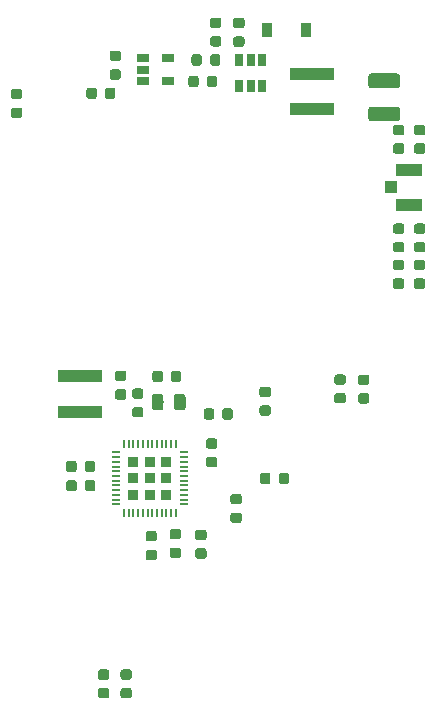
<source format=gtp>
G04 #@! TF.GenerationSoftware,KiCad,Pcbnew,5.0.2-bee76a0~70~ubuntu16.04.1*
G04 #@! TF.CreationDate,2019-09-16T22:34:13+02:00*
G04 #@! TF.ProjectId,WiRoc_NanoPi_v1,5769526f-635f-44e6-916e-6f50695f7631,rev?*
G04 #@! TF.SameCoordinates,Original*
G04 #@! TF.FileFunction,Paste,Top*
G04 #@! TF.FilePolarity,Positive*
%FSLAX46Y46*%
G04 Gerber Fmt 4.6, Leading zero omitted, Abs format (unit mm)*
G04 Created by KiCad (PCBNEW 5.0.2-bee76a0~70~ubuntu16.04.1) date mån 16 sep 2019 22:34:13*
%MOMM*%
%LPD*%
G01*
G04 APERTURE LIST*
%ADD10R,0.840000X0.840000*%
%ADD11O,0.200000X0.700000*%
%ADD12O,0.700000X0.200000*%
%ADD13R,0.650000X1.060000*%
%ADD14R,1.060000X0.650000*%
%ADD15R,3.700000X1.100000*%
%ADD16C,0.100000*%
%ADD17C,0.875000*%
%ADD18R,0.900000X1.200000*%
%ADD19C,0.975000*%
%ADD20C,1.250000*%
%ADD21R,2.200000X1.050000*%
%ADD22R,1.050000X1.000000*%
G04 APERTURE END LIST*
D10*
G04 #@! TO.C,U3*
X66149800Y-89283600D03*
X67549800Y-89283600D03*
X68949800Y-89283600D03*
X68949800Y-87883600D03*
X67549800Y-87883600D03*
X66149800Y-86483600D03*
X66149800Y-87883600D03*
X67549800Y-86483600D03*
X68949800Y-86483600D03*
D11*
X65349800Y-84983600D03*
X65749800Y-84983600D03*
X66149800Y-84983600D03*
X66549800Y-84983600D03*
X66949800Y-84983600D03*
X67349800Y-84983600D03*
X67749800Y-84983600D03*
X68149800Y-84983600D03*
X68549800Y-84983600D03*
X68949800Y-84983600D03*
X69349800Y-84983600D03*
X69749800Y-84983600D03*
D12*
X70449800Y-85683600D03*
X70449800Y-86083600D03*
X70449800Y-86483600D03*
X70449800Y-86883600D03*
X70449800Y-87283600D03*
X70449800Y-87683600D03*
X70449800Y-88083600D03*
X70449800Y-88483600D03*
X70449800Y-88883600D03*
X70449800Y-89283600D03*
X70449800Y-89683600D03*
X70449800Y-90083600D03*
D11*
X69749800Y-90783600D03*
X69349800Y-90783600D03*
X68949800Y-90783600D03*
X68549800Y-90783600D03*
X68149800Y-90783600D03*
X67749800Y-90783600D03*
X67349800Y-90783600D03*
X66949800Y-90783600D03*
X66549800Y-90783600D03*
X66149800Y-90783600D03*
X65749800Y-90783600D03*
X65349800Y-90783600D03*
D12*
X64649800Y-90083600D03*
X64649800Y-89683600D03*
X64649800Y-89283600D03*
X64649800Y-88883600D03*
X64649800Y-88483600D03*
X64649800Y-88083600D03*
X64649800Y-87683600D03*
X64649800Y-87283600D03*
X64649800Y-86883600D03*
X64649800Y-86483600D03*
X64649800Y-86083600D03*
X64649800Y-85683600D03*
G04 #@! TD*
D13*
G04 #@! TO.C,U4*
X77018086Y-52482546D03*
X76068086Y-52482546D03*
X75118086Y-52482546D03*
X75118086Y-54682546D03*
X77018086Y-54682546D03*
X76068086Y-54682546D03*
G04 #@! TD*
D14*
G04 #@! TO.C,U5*
X66921200Y-52331200D03*
X66921200Y-53281200D03*
X66921200Y-54231200D03*
X69121200Y-54231200D03*
X69121200Y-52331200D03*
G04 #@! TD*
D15*
G04 #@! TO.C,L1*
X61609400Y-79224500D03*
X61609400Y-82224500D03*
G04 #@! TD*
G04 #@! TO.C,L2*
X81280000Y-56618000D03*
X81280000Y-53618000D03*
G04 #@! TD*
D16*
G04 #@! TO.C,C4*
G36*
X73063091Y-86079353D02*
X73084326Y-86082503D01*
X73105150Y-86087719D01*
X73125362Y-86094951D01*
X73144768Y-86104130D01*
X73163181Y-86115166D01*
X73180424Y-86127954D01*
X73196330Y-86142370D01*
X73210746Y-86158276D01*
X73223534Y-86175519D01*
X73234570Y-86193932D01*
X73243749Y-86213338D01*
X73250981Y-86233550D01*
X73256197Y-86254374D01*
X73259347Y-86275609D01*
X73260400Y-86297050D01*
X73260400Y-86734550D01*
X73259347Y-86755991D01*
X73256197Y-86777226D01*
X73250981Y-86798050D01*
X73243749Y-86818262D01*
X73234570Y-86837668D01*
X73223534Y-86856081D01*
X73210746Y-86873324D01*
X73196330Y-86889230D01*
X73180424Y-86903646D01*
X73163181Y-86916434D01*
X73144768Y-86927470D01*
X73125362Y-86936649D01*
X73105150Y-86943881D01*
X73084326Y-86949097D01*
X73063091Y-86952247D01*
X73041650Y-86953300D01*
X72529150Y-86953300D01*
X72507709Y-86952247D01*
X72486474Y-86949097D01*
X72465650Y-86943881D01*
X72445438Y-86936649D01*
X72426032Y-86927470D01*
X72407619Y-86916434D01*
X72390376Y-86903646D01*
X72374470Y-86889230D01*
X72360054Y-86873324D01*
X72347266Y-86856081D01*
X72336230Y-86837668D01*
X72327051Y-86818262D01*
X72319819Y-86798050D01*
X72314603Y-86777226D01*
X72311453Y-86755991D01*
X72310400Y-86734550D01*
X72310400Y-86297050D01*
X72311453Y-86275609D01*
X72314603Y-86254374D01*
X72319819Y-86233550D01*
X72327051Y-86213338D01*
X72336230Y-86193932D01*
X72347266Y-86175519D01*
X72360054Y-86158276D01*
X72374470Y-86142370D01*
X72390376Y-86127954D01*
X72407619Y-86115166D01*
X72426032Y-86104130D01*
X72445438Y-86094951D01*
X72465650Y-86087719D01*
X72486474Y-86082503D01*
X72507709Y-86079353D01*
X72529150Y-86078300D01*
X73041650Y-86078300D01*
X73063091Y-86079353D01*
X73063091Y-86079353D01*
G37*
D17*
X72785400Y-86515800D03*
D16*
G36*
X73063091Y-84504353D02*
X73084326Y-84507503D01*
X73105150Y-84512719D01*
X73125362Y-84519951D01*
X73144768Y-84529130D01*
X73163181Y-84540166D01*
X73180424Y-84552954D01*
X73196330Y-84567370D01*
X73210746Y-84583276D01*
X73223534Y-84600519D01*
X73234570Y-84618932D01*
X73243749Y-84638338D01*
X73250981Y-84658550D01*
X73256197Y-84679374D01*
X73259347Y-84700609D01*
X73260400Y-84722050D01*
X73260400Y-85159550D01*
X73259347Y-85180991D01*
X73256197Y-85202226D01*
X73250981Y-85223050D01*
X73243749Y-85243262D01*
X73234570Y-85262668D01*
X73223534Y-85281081D01*
X73210746Y-85298324D01*
X73196330Y-85314230D01*
X73180424Y-85328646D01*
X73163181Y-85341434D01*
X73144768Y-85352470D01*
X73125362Y-85361649D01*
X73105150Y-85368881D01*
X73084326Y-85374097D01*
X73063091Y-85377247D01*
X73041650Y-85378300D01*
X72529150Y-85378300D01*
X72507709Y-85377247D01*
X72486474Y-85374097D01*
X72465650Y-85368881D01*
X72445438Y-85361649D01*
X72426032Y-85352470D01*
X72407619Y-85341434D01*
X72390376Y-85328646D01*
X72374470Y-85314230D01*
X72360054Y-85298324D01*
X72347266Y-85281081D01*
X72336230Y-85262668D01*
X72327051Y-85243262D01*
X72319819Y-85223050D01*
X72314603Y-85202226D01*
X72311453Y-85180991D01*
X72310400Y-85159550D01*
X72310400Y-84722050D01*
X72311453Y-84700609D01*
X72314603Y-84679374D01*
X72319819Y-84658550D01*
X72327051Y-84638338D01*
X72336230Y-84618932D01*
X72347266Y-84600519D01*
X72360054Y-84583276D01*
X72374470Y-84567370D01*
X72390376Y-84552954D01*
X72407619Y-84540166D01*
X72426032Y-84529130D01*
X72445438Y-84519951D01*
X72465650Y-84512719D01*
X72486474Y-84507503D01*
X72507709Y-84504353D01*
X72529150Y-84503300D01*
X73041650Y-84503300D01*
X73063091Y-84504353D01*
X73063091Y-84504353D01*
G37*
D17*
X72785400Y-84940800D03*
G04 #@! TD*
D16*
G04 #@! TO.C,C5*
G36*
X79132691Y-87410053D02*
X79153926Y-87413203D01*
X79174750Y-87418419D01*
X79194962Y-87425651D01*
X79214368Y-87434830D01*
X79232781Y-87445866D01*
X79250024Y-87458654D01*
X79265930Y-87473070D01*
X79280346Y-87488976D01*
X79293134Y-87506219D01*
X79304170Y-87524632D01*
X79313349Y-87544038D01*
X79320581Y-87564250D01*
X79325797Y-87585074D01*
X79328947Y-87606309D01*
X79330000Y-87627750D01*
X79330000Y-88140250D01*
X79328947Y-88161691D01*
X79325797Y-88182926D01*
X79320581Y-88203750D01*
X79313349Y-88223962D01*
X79304170Y-88243368D01*
X79293134Y-88261781D01*
X79280346Y-88279024D01*
X79265930Y-88294930D01*
X79250024Y-88309346D01*
X79232781Y-88322134D01*
X79214368Y-88333170D01*
X79194962Y-88342349D01*
X79174750Y-88349581D01*
X79153926Y-88354797D01*
X79132691Y-88357947D01*
X79111250Y-88359000D01*
X78673750Y-88359000D01*
X78652309Y-88357947D01*
X78631074Y-88354797D01*
X78610250Y-88349581D01*
X78590038Y-88342349D01*
X78570632Y-88333170D01*
X78552219Y-88322134D01*
X78534976Y-88309346D01*
X78519070Y-88294930D01*
X78504654Y-88279024D01*
X78491866Y-88261781D01*
X78480830Y-88243368D01*
X78471651Y-88223962D01*
X78464419Y-88203750D01*
X78459203Y-88182926D01*
X78456053Y-88161691D01*
X78455000Y-88140250D01*
X78455000Y-87627750D01*
X78456053Y-87606309D01*
X78459203Y-87585074D01*
X78464419Y-87564250D01*
X78471651Y-87544038D01*
X78480830Y-87524632D01*
X78491866Y-87506219D01*
X78504654Y-87488976D01*
X78519070Y-87473070D01*
X78534976Y-87458654D01*
X78552219Y-87445866D01*
X78570632Y-87434830D01*
X78590038Y-87425651D01*
X78610250Y-87418419D01*
X78631074Y-87413203D01*
X78652309Y-87410053D01*
X78673750Y-87409000D01*
X79111250Y-87409000D01*
X79132691Y-87410053D01*
X79132691Y-87410053D01*
G37*
D17*
X78892500Y-87884000D03*
D16*
G36*
X77557691Y-87410053D02*
X77578926Y-87413203D01*
X77599750Y-87418419D01*
X77619962Y-87425651D01*
X77639368Y-87434830D01*
X77657781Y-87445866D01*
X77675024Y-87458654D01*
X77690930Y-87473070D01*
X77705346Y-87488976D01*
X77718134Y-87506219D01*
X77729170Y-87524632D01*
X77738349Y-87544038D01*
X77745581Y-87564250D01*
X77750797Y-87585074D01*
X77753947Y-87606309D01*
X77755000Y-87627750D01*
X77755000Y-88140250D01*
X77753947Y-88161691D01*
X77750797Y-88182926D01*
X77745581Y-88203750D01*
X77738349Y-88223962D01*
X77729170Y-88243368D01*
X77718134Y-88261781D01*
X77705346Y-88279024D01*
X77690930Y-88294930D01*
X77675024Y-88309346D01*
X77657781Y-88322134D01*
X77639368Y-88333170D01*
X77619962Y-88342349D01*
X77599750Y-88349581D01*
X77578926Y-88354797D01*
X77557691Y-88357947D01*
X77536250Y-88359000D01*
X77098750Y-88359000D01*
X77077309Y-88357947D01*
X77056074Y-88354797D01*
X77035250Y-88349581D01*
X77015038Y-88342349D01*
X76995632Y-88333170D01*
X76977219Y-88322134D01*
X76959976Y-88309346D01*
X76944070Y-88294930D01*
X76929654Y-88279024D01*
X76916866Y-88261781D01*
X76905830Y-88243368D01*
X76896651Y-88223962D01*
X76889419Y-88203750D01*
X76884203Y-88182926D01*
X76881053Y-88161691D01*
X76880000Y-88140250D01*
X76880000Y-87627750D01*
X76881053Y-87606309D01*
X76884203Y-87585074D01*
X76889419Y-87564250D01*
X76896651Y-87544038D01*
X76905830Y-87524632D01*
X76916866Y-87506219D01*
X76929654Y-87488976D01*
X76944070Y-87473070D01*
X76959976Y-87458654D01*
X76977219Y-87445866D01*
X76995632Y-87434830D01*
X77015038Y-87425651D01*
X77035250Y-87418419D01*
X77056074Y-87413203D01*
X77077309Y-87410053D01*
X77098750Y-87409000D01*
X77536250Y-87409000D01*
X77557691Y-87410053D01*
X77557691Y-87410053D01*
G37*
D17*
X77317500Y-87884000D03*
G04 #@! TD*
D16*
G04 #@! TO.C,C6*
G36*
X72143691Y-93811053D02*
X72164926Y-93814203D01*
X72185750Y-93819419D01*
X72205962Y-93826651D01*
X72225368Y-93835830D01*
X72243781Y-93846866D01*
X72261024Y-93859654D01*
X72276930Y-93874070D01*
X72291346Y-93889976D01*
X72304134Y-93907219D01*
X72315170Y-93925632D01*
X72324349Y-93945038D01*
X72331581Y-93965250D01*
X72336797Y-93986074D01*
X72339947Y-94007309D01*
X72341000Y-94028750D01*
X72341000Y-94466250D01*
X72339947Y-94487691D01*
X72336797Y-94508926D01*
X72331581Y-94529750D01*
X72324349Y-94549962D01*
X72315170Y-94569368D01*
X72304134Y-94587781D01*
X72291346Y-94605024D01*
X72276930Y-94620930D01*
X72261024Y-94635346D01*
X72243781Y-94648134D01*
X72225368Y-94659170D01*
X72205962Y-94668349D01*
X72185750Y-94675581D01*
X72164926Y-94680797D01*
X72143691Y-94683947D01*
X72122250Y-94685000D01*
X71609750Y-94685000D01*
X71588309Y-94683947D01*
X71567074Y-94680797D01*
X71546250Y-94675581D01*
X71526038Y-94668349D01*
X71506632Y-94659170D01*
X71488219Y-94648134D01*
X71470976Y-94635346D01*
X71455070Y-94620930D01*
X71440654Y-94605024D01*
X71427866Y-94587781D01*
X71416830Y-94569368D01*
X71407651Y-94549962D01*
X71400419Y-94529750D01*
X71395203Y-94508926D01*
X71392053Y-94487691D01*
X71391000Y-94466250D01*
X71391000Y-94028750D01*
X71392053Y-94007309D01*
X71395203Y-93986074D01*
X71400419Y-93965250D01*
X71407651Y-93945038D01*
X71416830Y-93925632D01*
X71427866Y-93907219D01*
X71440654Y-93889976D01*
X71455070Y-93874070D01*
X71470976Y-93859654D01*
X71488219Y-93846866D01*
X71506632Y-93835830D01*
X71526038Y-93826651D01*
X71546250Y-93819419D01*
X71567074Y-93814203D01*
X71588309Y-93811053D01*
X71609750Y-93810000D01*
X72122250Y-93810000D01*
X72143691Y-93811053D01*
X72143691Y-93811053D01*
G37*
D17*
X71866000Y-94247500D03*
D16*
G36*
X72143691Y-92236053D02*
X72164926Y-92239203D01*
X72185750Y-92244419D01*
X72205962Y-92251651D01*
X72225368Y-92260830D01*
X72243781Y-92271866D01*
X72261024Y-92284654D01*
X72276930Y-92299070D01*
X72291346Y-92314976D01*
X72304134Y-92332219D01*
X72315170Y-92350632D01*
X72324349Y-92370038D01*
X72331581Y-92390250D01*
X72336797Y-92411074D01*
X72339947Y-92432309D01*
X72341000Y-92453750D01*
X72341000Y-92891250D01*
X72339947Y-92912691D01*
X72336797Y-92933926D01*
X72331581Y-92954750D01*
X72324349Y-92974962D01*
X72315170Y-92994368D01*
X72304134Y-93012781D01*
X72291346Y-93030024D01*
X72276930Y-93045930D01*
X72261024Y-93060346D01*
X72243781Y-93073134D01*
X72225368Y-93084170D01*
X72205962Y-93093349D01*
X72185750Y-93100581D01*
X72164926Y-93105797D01*
X72143691Y-93108947D01*
X72122250Y-93110000D01*
X71609750Y-93110000D01*
X71588309Y-93108947D01*
X71567074Y-93105797D01*
X71546250Y-93100581D01*
X71526038Y-93093349D01*
X71506632Y-93084170D01*
X71488219Y-93073134D01*
X71470976Y-93060346D01*
X71455070Y-93045930D01*
X71440654Y-93030024D01*
X71427866Y-93012781D01*
X71416830Y-92994368D01*
X71407651Y-92974962D01*
X71400419Y-92954750D01*
X71395203Y-92933926D01*
X71392053Y-92912691D01*
X71391000Y-92891250D01*
X71391000Y-92453750D01*
X71392053Y-92432309D01*
X71395203Y-92411074D01*
X71400419Y-92390250D01*
X71407651Y-92370038D01*
X71416830Y-92350632D01*
X71427866Y-92332219D01*
X71440654Y-92314976D01*
X71455070Y-92299070D01*
X71470976Y-92284654D01*
X71488219Y-92271866D01*
X71506632Y-92260830D01*
X71526038Y-92251651D01*
X71546250Y-92244419D01*
X71567074Y-92239203D01*
X71588309Y-92236053D01*
X71609750Y-92235000D01*
X72122250Y-92235000D01*
X72143691Y-92236053D01*
X72143691Y-92236053D01*
G37*
D17*
X71866000Y-92672500D03*
G04 #@! TD*
D16*
G04 #@! TO.C,C7*
G36*
X65809691Y-105634053D02*
X65830926Y-105637203D01*
X65851750Y-105642419D01*
X65871962Y-105649651D01*
X65891368Y-105658830D01*
X65909781Y-105669866D01*
X65927024Y-105682654D01*
X65942930Y-105697070D01*
X65957346Y-105712976D01*
X65970134Y-105730219D01*
X65981170Y-105748632D01*
X65990349Y-105768038D01*
X65997581Y-105788250D01*
X66002797Y-105809074D01*
X66005947Y-105830309D01*
X66007000Y-105851750D01*
X66007000Y-106289250D01*
X66005947Y-106310691D01*
X66002797Y-106331926D01*
X65997581Y-106352750D01*
X65990349Y-106372962D01*
X65981170Y-106392368D01*
X65970134Y-106410781D01*
X65957346Y-106428024D01*
X65942930Y-106443930D01*
X65927024Y-106458346D01*
X65909781Y-106471134D01*
X65891368Y-106482170D01*
X65871962Y-106491349D01*
X65851750Y-106498581D01*
X65830926Y-106503797D01*
X65809691Y-106506947D01*
X65788250Y-106508000D01*
X65275750Y-106508000D01*
X65254309Y-106506947D01*
X65233074Y-106503797D01*
X65212250Y-106498581D01*
X65192038Y-106491349D01*
X65172632Y-106482170D01*
X65154219Y-106471134D01*
X65136976Y-106458346D01*
X65121070Y-106443930D01*
X65106654Y-106428024D01*
X65093866Y-106410781D01*
X65082830Y-106392368D01*
X65073651Y-106372962D01*
X65066419Y-106352750D01*
X65061203Y-106331926D01*
X65058053Y-106310691D01*
X65057000Y-106289250D01*
X65057000Y-105851750D01*
X65058053Y-105830309D01*
X65061203Y-105809074D01*
X65066419Y-105788250D01*
X65073651Y-105768038D01*
X65082830Y-105748632D01*
X65093866Y-105730219D01*
X65106654Y-105712976D01*
X65121070Y-105697070D01*
X65136976Y-105682654D01*
X65154219Y-105669866D01*
X65172632Y-105658830D01*
X65192038Y-105649651D01*
X65212250Y-105642419D01*
X65233074Y-105637203D01*
X65254309Y-105634053D01*
X65275750Y-105633000D01*
X65788250Y-105633000D01*
X65809691Y-105634053D01*
X65809691Y-105634053D01*
G37*
D17*
X65532000Y-106070500D03*
D16*
G36*
X65809691Y-104059053D02*
X65830926Y-104062203D01*
X65851750Y-104067419D01*
X65871962Y-104074651D01*
X65891368Y-104083830D01*
X65909781Y-104094866D01*
X65927024Y-104107654D01*
X65942930Y-104122070D01*
X65957346Y-104137976D01*
X65970134Y-104155219D01*
X65981170Y-104173632D01*
X65990349Y-104193038D01*
X65997581Y-104213250D01*
X66002797Y-104234074D01*
X66005947Y-104255309D01*
X66007000Y-104276750D01*
X66007000Y-104714250D01*
X66005947Y-104735691D01*
X66002797Y-104756926D01*
X65997581Y-104777750D01*
X65990349Y-104797962D01*
X65981170Y-104817368D01*
X65970134Y-104835781D01*
X65957346Y-104853024D01*
X65942930Y-104868930D01*
X65927024Y-104883346D01*
X65909781Y-104896134D01*
X65891368Y-104907170D01*
X65871962Y-104916349D01*
X65851750Y-104923581D01*
X65830926Y-104928797D01*
X65809691Y-104931947D01*
X65788250Y-104933000D01*
X65275750Y-104933000D01*
X65254309Y-104931947D01*
X65233074Y-104928797D01*
X65212250Y-104923581D01*
X65192038Y-104916349D01*
X65172632Y-104907170D01*
X65154219Y-104896134D01*
X65136976Y-104883346D01*
X65121070Y-104868930D01*
X65106654Y-104853024D01*
X65093866Y-104835781D01*
X65082830Y-104817368D01*
X65073651Y-104797962D01*
X65066419Y-104777750D01*
X65061203Y-104756926D01*
X65058053Y-104735691D01*
X65057000Y-104714250D01*
X65057000Y-104276750D01*
X65058053Y-104255309D01*
X65061203Y-104234074D01*
X65066419Y-104213250D01*
X65073651Y-104193038D01*
X65082830Y-104173632D01*
X65093866Y-104155219D01*
X65106654Y-104137976D01*
X65121070Y-104122070D01*
X65136976Y-104107654D01*
X65154219Y-104094866D01*
X65172632Y-104083830D01*
X65192038Y-104074651D01*
X65212250Y-104067419D01*
X65233074Y-104062203D01*
X65254309Y-104059053D01*
X65275750Y-104058000D01*
X65788250Y-104058000D01*
X65809691Y-104059053D01*
X65809691Y-104059053D01*
G37*
D17*
X65532000Y-104495500D03*
G04 #@! TD*
D16*
G04 #@! TO.C,C8*
G36*
X66802071Y-80271953D02*
X66823306Y-80275103D01*
X66844130Y-80280319D01*
X66864342Y-80287551D01*
X66883748Y-80296730D01*
X66902161Y-80307766D01*
X66919404Y-80320554D01*
X66935310Y-80334970D01*
X66949726Y-80350876D01*
X66962514Y-80368119D01*
X66973550Y-80386532D01*
X66982729Y-80405938D01*
X66989961Y-80426150D01*
X66995177Y-80446974D01*
X66998327Y-80468209D01*
X66999380Y-80489650D01*
X66999380Y-80927150D01*
X66998327Y-80948591D01*
X66995177Y-80969826D01*
X66989961Y-80990650D01*
X66982729Y-81010862D01*
X66973550Y-81030268D01*
X66962514Y-81048681D01*
X66949726Y-81065924D01*
X66935310Y-81081830D01*
X66919404Y-81096246D01*
X66902161Y-81109034D01*
X66883748Y-81120070D01*
X66864342Y-81129249D01*
X66844130Y-81136481D01*
X66823306Y-81141697D01*
X66802071Y-81144847D01*
X66780630Y-81145900D01*
X66268130Y-81145900D01*
X66246689Y-81144847D01*
X66225454Y-81141697D01*
X66204630Y-81136481D01*
X66184418Y-81129249D01*
X66165012Y-81120070D01*
X66146599Y-81109034D01*
X66129356Y-81096246D01*
X66113450Y-81081830D01*
X66099034Y-81065924D01*
X66086246Y-81048681D01*
X66075210Y-81030268D01*
X66066031Y-81010862D01*
X66058799Y-80990650D01*
X66053583Y-80969826D01*
X66050433Y-80948591D01*
X66049380Y-80927150D01*
X66049380Y-80489650D01*
X66050433Y-80468209D01*
X66053583Y-80446974D01*
X66058799Y-80426150D01*
X66066031Y-80405938D01*
X66075210Y-80386532D01*
X66086246Y-80368119D01*
X66099034Y-80350876D01*
X66113450Y-80334970D01*
X66129356Y-80320554D01*
X66146599Y-80307766D01*
X66165012Y-80296730D01*
X66184418Y-80287551D01*
X66204630Y-80280319D01*
X66225454Y-80275103D01*
X66246689Y-80271953D01*
X66268130Y-80270900D01*
X66780630Y-80270900D01*
X66802071Y-80271953D01*
X66802071Y-80271953D01*
G37*
D17*
X66524380Y-80708400D03*
D16*
G36*
X66802071Y-81846953D02*
X66823306Y-81850103D01*
X66844130Y-81855319D01*
X66864342Y-81862551D01*
X66883748Y-81871730D01*
X66902161Y-81882766D01*
X66919404Y-81895554D01*
X66935310Y-81909970D01*
X66949726Y-81925876D01*
X66962514Y-81943119D01*
X66973550Y-81961532D01*
X66982729Y-81980938D01*
X66989961Y-82001150D01*
X66995177Y-82021974D01*
X66998327Y-82043209D01*
X66999380Y-82064650D01*
X66999380Y-82502150D01*
X66998327Y-82523591D01*
X66995177Y-82544826D01*
X66989961Y-82565650D01*
X66982729Y-82585862D01*
X66973550Y-82605268D01*
X66962514Y-82623681D01*
X66949726Y-82640924D01*
X66935310Y-82656830D01*
X66919404Y-82671246D01*
X66902161Y-82684034D01*
X66883748Y-82695070D01*
X66864342Y-82704249D01*
X66844130Y-82711481D01*
X66823306Y-82716697D01*
X66802071Y-82719847D01*
X66780630Y-82720900D01*
X66268130Y-82720900D01*
X66246689Y-82719847D01*
X66225454Y-82716697D01*
X66204630Y-82711481D01*
X66184418Y-82704249D01*
X66165012Y-82695070D01*
X66146599Y-82684034D01*
X66129356Y-82671246D01*
X66113450Y-82656830D01*
X66099034Y-82640924D01*
X66086246Y-82623681D01*
X66075210Y-82605268D01*
X66066031Y-82585862D01*
X66058799Y-82565650D01*
X66053583Y-82544826D01*
X66050433Y-82523591D01*
X66049380Y-82502150D01*
X66049380Y-82064650D01*
X66050433Y-82043209D01*
X66053583Y-82021974D01*
X66058799Y-82001150D01*
X66066031Y-81980938D01*
X66075210Y-81961532D01*
X66086246Y-81943119D01*
X66099034Y-81925876D01*
X66113450Y-81909970D01*
X66129356Y-81895554D01*
X66146599Y-81882766D01*
X66165012Y-81871730D01*
X66184418Y-81862551D01*
X66204630Y-81855319D01*
X66225454Y-81850103D01*
X66246689Y-81846953D01*
X66268130Y-81845900D01*
X66780630Y-81845900D01*
X66802071Y-81846953D01*
X66802071Y-81846953D01*
G37*
D17*
X66524380Y-82283400D03*
G04 #@! TD*
D16*
G04 #@! TO.C,C9*
G36*
X70013331Y-78774053D02*
X70034566Y-78777203D01*
X70055390Y-78782419D01*
X70075602Y-78789651D01*
X70095008Y-78798830D01*
X70113421Y-78809866D01*
X70130664Y-78822654D01*
X70146570Y-78837070D01*
X70160986Y-78852976D01*
X70173774Y-78870219D01*
X70184810Y-78888632D01*
X70193989Y-78908038D01*
X70201221Y-78928250D01*
X70206437Y-78949074D01*
X70209587Y-78970309D01*
X70210640Y-78991750D01*
X70210640Y-79504250D01*
X70209587Y-79525691D01*
X70206437Y-79546926D01*
X70201221Y-79567750D01*
X70193989Y-79587962D01*
X70184810Y-79607368D01*
X70173774Y-79625781D01*
X70160986Y-79643024D01*
X70146570Y-79658930D01*
X70130664Y-79673346D01*
X70113421Y-79686134D01*
X70095008Y-79697170D01*
X70075602Y-79706349D01*
X70055390Y-79713581D01*
X70034566Y-79718797D01*
X70013331Y-79721947D01*
X69991890Y-79723000D01*
X69554390Y-79723000D01*
X69532949Y-79721947D01*
X69511714Y-79718797D01*
X69490890Y-79713581D01*
X69470678Y-79706349D01*
X69451272Y-79697170D01*
X69432859Y-79686134D01*
X69415616Y-79673346D01*
X69399710Y-79658930D01*
X69385294Y-79643024D01*
X69372506Y-79625781D01*
X69361470Y-79607368D01*
X69352291Y-79587962D01*
X69345059Y-79567750D01*
X69339843Y-79546926D01*
X69336693Y-79525691D01*
X69335640Y-79504250D01*
X69335640Y-78991750D01*
X69336693Y-78970309D01*
X69339843Y-78949074D01*
X69345059Y-78928250D01*
X69352291Y-78908038D01*
X69361470Y-78888632D01*
X69372506Y-78870219D01*
X69385294Y-78852976D01*
X69399710Y-78837070D01*
X69415616Y-78822654D01*
X69432859Y-78809866D01*
X69451272Y-78798830D01*
X69470678Y-78789651D01*
X69490890Y-78782419D01*
X69511714Y-78777203D01*
X69532949Y-78774053D01*
X69554390Y-78773000D01*
X69991890Y-78773000D01*
X70013331Y-78774053D01*
X70013331Y-78774053D01*
G37*
D17*
X69773140Y-79248000D03*
D16*
G36*
X68438331Y-78774053D02*
X68459566Y-78777203D01*
X68480390Y-78782419D01*
X68500602Y-78789651D01*
X68520008Y-78798830D01*
X68538421Y-78809866D01*
X68555664Y-78822654D01*
X68571570Y-78837070D01*
X68585986Y-78852976D01*
X68598774Y-78870219D01*
X68609810Y-78888632D01*
X68618989Y-78908038D01*
X68626221Y-78928250D01*
X68631437Y-78949074D01*
X68634587Y-78970309D01*
X68635640Y-78991750D01*
X68635640Y-79504250D01*
X68634587Y-79525691D01*
X68631437Y-79546926D01*
X68626221Y-79567750D01*
X68618989Y-79587962D01*
X68609810Y-79607368D01*
X68598774Y-79625781D01*
X68585986Y-79643024D01*
X68571570Y-79658930D01*
X68555664Y-79673346D01*
X68538421Y-79686134D01*
X68520008Y-79697170D01*
X68500602Y-79706349D01*
X68480390Y-79713581D01*
X68459566Y-79718797D01*
X68438331Y-79721947D01*
X68416890Y-79723000D01*
X67979390Y-79723000D01*
X67957949Y-79721947D01*
X67936714Y-79718797D01*
X67915890Y-79713581D01*
X67895678Y-79706349D01*
X67876272Y-79697170D01*
X67857859Y-79686134D01*
X67840616Y-79673346D01*
X67824710Y-79658930D01*
X67810294Y-79643024D01*
X67797506Y-79625781D01*
X67786470Y-79607368D01*
X67777291Y-79587962D01*
X67770059Y-79567750D01*
X67764843Y-79546926D01*
X67761693Y-79525691D01*
X67760640Y-79504250D01*
X67760640Y-78991750D01*
X67761693Y-78970309D01*
X67764843Y-78949074D01*
X67770059Y-78928250D01*
X67777291Y-78908038D01*
X67786470Y-78888632D01*
X67797506Y-78870219D01*
X67810294Y-78852976D01*
X67824710Y-78837070D01*
X67840616Y-78822654D01*
X67857859Y-78809866D01*
X67876272Y-78798830D01*
X67895678Y-78789651D01*
X67915890Y-78782419D01*
X67936714Y-78777203D01*
X67957949Y-78774053D01*
X67979390Y-78773000D01*
X68416890Y-78773000D01*
X68438331Y-78774053D01*
X68438331Y-78774053D01*
G37*
D17*
X68198140Y-79248000D03*
G04 #@! TD*
D16*
G04 #@! TO.C,C10*
G36*
X72784191Y-81952353D02*
X72805426Y-81955503D01*
X72826250Y-81960719D01*
X72846462Y-81967951D01*
X72865868Y-81977130D01*
X72884281Y-81988166D01*
X72901524Y-82000954D01*
X72917430Y-82015370D01*
X72931846Y-82031276D01*
X72944634Y-82048519D01*
X72955670Y-82066932D01*
X72964849Y-82086338D01*
X72972081Y-82106550D01*
X72977297Y-82127374D01*
X72980447Y-82148609D01*
X72981500Y-82170050D01*
X72981500Y-82682550D01*
X72980447Y-82703991D01*
X72977297Y-82725226D01*
X72972081Y-82746050D01*
X72964849Y-82766262D01*
X72955670Y-82785668D01*
X72944634Y-82804081D01*
X72931846Y-82821324D01*
X72917430Y-82837230D01*
X72901524Y-82851646D01*
X72884281Y-82864434D01*
X72865868Y-82875470D01*
X72846462Y-82884649D01*
X72826250Y-82891881D01*
X72805426Y-82897097D01*
X72784191Y-82900247D01*
X72762750Y-82901300D01*
X72325250Y-82901300D01*
X72303809Y-82900247D01*
X72282574Y-82897097D01*
X72261750Y-82891881D01*
X72241538Y-82884649D01*
X72222132Y-82875470D01*
X72203719Y-82864434D01*
X72186476Y-82851646D01*
X72170570Y-82837230D01*
X72156154Y-82821324D01*
X72143366Y-82804081D01*
X72132330Y-82785668D01*
X72123151Y-82766262D01*
X72115919Y-82746050D01*
X72110703Y-82725226D01*
X72107553Y-82703991D01*
X72106500Y-82682550D01*
X72106500Y-82170050D01*
X72107553Y-82148609D01*
X72110703Y-82127374D01*
X72115919Y-82106550D01*
X72123151Y-82086338D01*
X72132330Y-82066932D01*
X72143366Y-82048519D01*
X72156154Y-82031276D01*
X72170570Y-82015370D01*
X72186476Y-82000954D01*
X72203719Y-81988166D01*
X72222132Y-81977130D01*
X72241538Y-81967951D01*
X72261750Y-81960719D01*
X72282574Y-81955503D01*
X72303809Y-81952353D01*
X72325250Y-81951300D01*
X72762750Y-81951300D01*
X72784191Y-81952353D01*
X72784191Y-81952353D01*
G37*
D17*
X72544000Y-82426300D03*
D16*
G36*
X74359191Y-81952353D02*
X74380426Y-81955503D01*
X74401250Y-81960719D01*
X74421462Y-81967951D01*
X74440868Y-81977130D01*
X74459281Y-81988166D01*
X74476524Y-82000954D01*
X74492430Y-82015370D01*
X74506846Y-82031276D01*
X74519634Y-82048519D01*
X74530670Y-82066932D01*
X74539849Y-82086338D01*
X74547081Y-82106550D01*
X74552297Y-82127374D01*
X74555447Y-82148609D01*
X74556500Y-82170050D01*
X74556500Y-82682550D01*
X74555447Y-82703991D01*
X74552297Y-82725226D01*
X74547081Y-82746050D01*
X74539849Y-82766262D01*
X74530670Y-82785668D01*
X74519634Y-82804081D01*
X74506846Y-82821324D01*
X74492430Y-82837230D01*
X74476524Y-82851646D01*
X74459281Y-82864434D01*
X74440868Y-82875470D01*
X74421462Y-82884649D01*
X74401250Y-82891881D01*
X74380426Y-82897097D01*
X74359191Y-82900247D01*
X74337750Y-82901300D01*
X73900250Y-82901300D01*
X73878809Y-82900247D01*
X73857574Y-82897097D01*
X73836750Y-82891881D01*
X73816538Y-82884649D01*
X73797132Y-82875470D01*
X73778719Y-82864434D01*
X73761476Y-82851646D01*
X73745570Y-82837230D01*
X73731154Y-82821324D01*
X73718366Y-82804081D01*
X73707330Y-82785668D01*
X73698151Y-82766262D01*
X73690919Y-82746050D01*
X73685703Y-82725226D01*
X73682553Y-82703991D01*
X73681500Y-82682550D01*
X73681500Y-82170050D01*
X73682553Y-82148609D01*
X73685703Y-82127374D01*
X73690919Y-82106550D01*
X73698151Y-82086338D01*
X73707330Y-82066932D01*
X73718366Y-82048519D01*
X73731154Y-82031276D01*
X73745570Y-82015370D01*
X73761476Y-82000954D01*
X73778719Y-81988166D01*
X73797132Y-81977130D01*
X73816538Y-81967951D01*
X73836750Y-81960719D01*
X73857574Y-81955503D01*
X73878809Y-81952353D01*
X73900250Y-81951300D01*
X74337750Y-81951300D01*
X74359191Y-81952353D01*
X74359191Y-81952353D01*
G37*
D17*
X74119000Y-82426300D03*
G04 #@! TD*
D16*
G04 #@! TO.C,C11*
G36*
X65356811Y-78770813D02*
X65378046Y-78773963D01*
X65398870Y-78779179D01*
X65419082Y-78786411D01*
X65438488Y-78795590D01*
X65456901Y-78806626D01*
X65474144Y-78819414D01*
X65490050Y-78833830D01*
X65504466Y-78849736D01*
X65517254Y-78866979D01*
X65528290Y-78885392D01*
X65537469Y-78904798D01*
X65544701Y-78925010D01*
X65549917Y-78945834D01*
X65553067Y-78967069D01*
X65554120Y-78988510D01*
X65554120Y-79426010D01*
X65553067Y-79447451D01*
X65549917Y-79468686D01*
X65544701Y-79489510D01*
X65537469Y-79509722D01*
X65528290Y-79529128D01*
X65517254Y-79547541D01*
X65504466Y-79564784D01*
X65490050Y-79580690D01*
X65474144Y-79595106D01*
X65456901Y-79607894D01*
X65438488Y-79618930D01*
X65419082Y-79628109D01*
X65398870Y-79635341D01*
X65378046Y-79640557D01*
X65356811Y-79643707D01*
X65335370Y-79644760D01*
X64822870Y-79644760D01*
X64801429Y-79643707D01*
X64780194Y-79640557D01*
X64759370Y-79635341D01*
X64739158Y-79628109D01*
X64719752Y-79618930D01*
X64701339Y-79607894D01*
X64684096Y-79595106D01*
X64668190Y-79580690D01*
X64653774Y-79564784D01*
X64640986Y-79547541D01*
X64629950Y-79529128D01*
X64620771Y-79509722D01*
X64613539Y-79489510D01*
X64608323Y-79468686D01*
X64605173Y-79447451D01*
X64604120Y-79426010D01*
X64604120Y-78988510D01*
X64605173Y-78967069D01*
X64608323Y-78945834D01*
X64613539Y-78925010D01*
X64620771Y-78904798D01*
X64629950Y-78885392D01*
X64640986Y-78866979D01*
X64653774Y-78849736D01*
X64668190Y-78833830D01*
X64684096Y-78819414D01*
X64701339Y-78806626D01*
X64719752Y-78795590D01*
X64739158Y-78786411D01*
X64759370Y-78779179D01*
X64780194Y-78773963D01*
X64801429Y-78770813D01*
X64822870Y-78769760D01*
X65335370Y-78769760D01*
X65356811Y-78770813D01*
X65356811Y-78770813D01*
G37*
D17*
X65079120Y-79207260D03*
D16*
G36*
X65356811Y-80345813D02*
X65378046Y-80348963D01*
X65398870Y-80354179D01*
X65419082Y-80361411D01*
X65438488Y-80370590D01*
X65456901Y-80381626D01*
X65474144Y-80394414D01*
X65490050Y-80408830D01*
X65504466Y-80424736D01*
X65517254Y-80441979D01*
X65528290Y-80460392D01*
X65537469Y-80479798D01*
X65544701Y-80500010D01*
X65549917Y-80520834D01*
X65553067Y-80542069D01*
X65554120Y-80563510D01*
X65554120Y-81001010D01*
X65553067Y-81022451D01*
X65549917Y-81043686D01*
X65544701Y-81064510D01*
X65537469Y-81084722D01*
X65528290Y-81104128D01*
X65517254Y-81122541D01*
X65504466Y-81139784D01*
X65490050Y-81155690D01*
X65474144Y-81170106D01*
X65456901Y-81182894D01*
X65438488Y-81193930D01*
X65419082Y-81203109D01*
X65398870Y-81210341D01*
X65378046Y-81215557D01*
X65356811Y-81218707D01*
X65335370Y-81219760D01*
X64822870Y-81219760D01*
X64801429Y-81218707D01*
X64780194Y-81215557D01*
X64759370Y-81210341D01*
X64739158Y-81203109D01*
X64719752Y-81193930D01*
X64701339Y-81182894D01*
X64684096Y-81170106D01*
X64668190Y-81155690D01*
X64653774Y-81139784D01*
X64640986Y-81122541D01*
X64629950Y-81104128D01*
X64620771Y-81084722D01*
X64613539Y-81064510D01*
X64608323Y-81043686D01*
X64605173Y-81022451D01*
X64604120Y-81001010D01*
X64604120Y-80563510D01*
X64605173Y-80542069D01*
X64608323Y-80520834D01*
X64613539Y-80500010D01*
X64620771Y-80479798D01*
X64629950Y-80460392D01*
X64640986Y-80441979D01*
X64653774Y-80424736D01*
X64668190Y-80408830D01*
X64684096Y-80394414D01*
X64701339Y-80381626D01*
X64719752Y-80370590D01*
X64739158Y-80361411D01*
X64759370Y-80354179D01*
X64780194Y-80348963D01*
X64801429Y-80345813D01*
X64822870Y-80344760D01*
X65335370Y-80344760D01*
X65356811Y-80345813D01*
X65356811Y-80345813D01*
G37*
D17*
X65079120Y-80782260D03*
G04 #@! TD*
D16*
G04 #@! TO.C,C12*
G36*
X71478711Y-53800313D02*
X71499946Y-53803463D01*
X71520770Y-53808679D01*
X71540982Y-53815911D01*
X71560388Y-53825090D01*
X71578801Y-53836126D01*
X71596044Y-53848914D01*
X71611950Y-53863330D01*
X71626366Y-53879236D01*
X71639154Y-53896479D01*
X71650190Y-53914892D01*
X71659369Y-53934298D01*
X71666601Y-53954510D01*
X71671817Y-53975334D01*
X71674967Y-53996569D01*
X71676020Y-54018010D01*
X71676020Y-54530510D01*
X71674967Y-54551951D01*
X71671817Y-54573186D01*
X71666601Y-54594010D01*
X71659369Y-54614222D01*
X71650190Y-54633628D01*
X71639154Y-54652041D01*
X71626366Y-54669284D01*
X71611950Y-54685190D01*
X71596044Y-54699606D01*
X71578801Y-54712394D01*
X71560388Y-54723430D01*
X71540982Y-54732609D01*
X71520770Y-54739841D01*
X71499946Y-54745057D01*
X71478711Y-54748207D01*
X71457270Y-54749260D01*
X71019770Y-54749260D01*
X70998329Y-54748207D01*
X70977094Y-54745057D01*
X70956270Y-54739841D01*
X70936058Y-54732609D01*
X70916652Y-54723430D01*
X70898239Y-54712394D01*
X70880996Y-54699606D01*
X70865090Y-54685190D01*
X70850674Y-54669284D01*
X70837886Y-54652041D01*
X70826850Y-54633628D01*
X70817671Y-54614222D01*
X70810439Y-54594010D01*
X70805223Y-54573186D01*
X70802073Y-54551951D01*
X70801020Y-54530510D01*
X70801020Y-54018010D01*
X70802073Y-53996569D01*
X70805223Y-53975334D01*
X70810439Y-53954510D01*
X70817671Y-53934298D01*
X70826850Y-53914892D01*
X70837886Y-53896479D01*
X70850674Y-53879236D01*
X70865090Y-53863330D01*
X70880996Y-53848914D01*
X70898239Y-53836126D01*
X70916652Y-53825090D01*
X70936058Y-53815911D01*
X70956270Y-53808679D01*
X70977094Y-53803463D01*
X70998329Y-53800313D01*
X71019770Y-53799260D01*
X71457270Y-53799260D01*
X71478711Y-53800313D01*
X71478711Y-53800313D01*
G37*
D17*
X71238520Y-54274260D03*
D16*
G36*
X73053711Y-53800313D02*
X73074946Y-53803463D01*
X73095770Y-53808679D01*
X73115982Y-53815911D01*
X73135388Y-53825090D01*
X73153801Y-53836126D01*
X73171044Y-53848914D01*
X73186950Y-53863330D01*
X73201366Y-53879236D01*
X73214154Y-53896479D01*
X73225190Y-53914892D01*
X73234369Y-53934298D01*
X73241601Y-53954510D01*
X73246817Y-53975334D01*
X73249967Y-53996569D01*
X73251020Y-54018010D01*
X73251020Y-54530510D01*
X73249967Y-54551951D01*
X73246817Y-54573186D01*
X73241601Y-54594010D01*
X73234369Y-54614222D01*
X73225190Y-54633628D01*
X73214154Y-54652041D01*
X73201366Y-54669284D01*
X73186950Y-54685190D01*
X73171044Y-54699606D01*
X73153801Y-54712394D01*
X73135388Y-54723430D01*
X73115982Y-54732609D01*
X73095770Y-54739841D01*
X73074946Y-54745057D01*
X73053711Y-54748207D01*
X73032270Y-54749260D01*
X72594770Y-54749260D01*
X72573329Y-54748207D01*
X72552094Y-54745057D01*
X72531270Y-54739841D01*
X72511058Y-54732609D01*
X72491652Y-54723430D01*
X72473239Y-54712394D01*
X72455996Y-54699606D01*
X72440090Y-54685190D01*
X72425674Y-54669284D01*
X72412886Y-54652041D01*
X72401850Y-54633628D01*
X72392671Y-54614222D01*
X72385439Y-54594010D01*
X72380223Y-54573186D01*
X72377073Y-54551951D01*
X72376020Y-54530510D01*
X72376020Y-54018010D01*
X72377073Y-53996569D01*
X72380223Y-53975334D01*
X72385439Y-53954510D01*
X72392671Y-53934298D01*
X72401850Y-53914892D01*
X72412886Y-53896479D01*
X72425674Y-53879236D01*
X72440090Y-53863330D01*
X72455996Y-53848914D01*
X72473239Y-53836126D01*
X72491652Y-53825090D01*
X72511058Y-53815911D01*
X72531270Y-53808679D01*
X72552094Y-53803463D01*
X72573329Y-53800313D01*
X72594770Y-53799260D01*
X73032270Y-53799260D01*
X73053711Y-53800313D01*
X73053711Y-53800313D01*
G37*
D17*
X72813520Y-54274260D03*
G04 #@! TD*
D16*
G04 #@! TO.C,C13*
G36*
X73404291Y-48869553D02*
X73425526Y-48872703D01*
X73446350Y-48877919D01*
X73466562Y-48885151D01*
X73485968Y-48894330D01*
X73504381Y-48905366D01*
X73521624Y-48918154D01*
X73537530Y-48932570D01*
X73551946Y-48948476D01*
X73564734Y-48965719D01*
X73575770Y-48984132D01*
X73584949Y-49003538D01*
X73592181Y-49023750D01*
X73597397Y-49044574D01*
X73600547Y-49065809D01*
X73601600Y-49087250D01*
X73601600Y-49524750D01*
X73600547Y-49546191D01*
X73597397Y-49567426D01*
X73592181Y-49588250D01*
X73584949Y-49608462D01*
X73575770Y-49627868D01*
X73564734Y-49646281D01*
X73551946Y-49663524D01*
X73537530Y-49679430D01*
X73521624Y-49693846D01*
X73504381Y-49706634D01*
X73485968Y-49717670D01*
X73466562Y-49726849D01*
X73446350Y-49734081D01*
X73425526Y-49739297D01*
X73404291Y-49742447D01*
X73382850Y-49743500D01*
X72870350Y-49743500D01*
X72848909Y-49742447D01*
X72827674Y-49739297D01*
X72806850Y-49734081D01*
X72786638Y-49726849D01*
X72767232Y-49717670D01*
X72748819Y-49706634D01*
X72731576Y-49693846D01*
X72715670Y-49679430D01*
X72701254Y-49663524D01*
X72688466Y-49646281D01*
X72677430Y-49627868D01*
X72668251Y-49608462D01*
X72661019Y-49588250D01*
X72655803Y-49567426D01*
X72652653Y-49546191D01*
X72651600Y-49524750D01*
X72651600Y-49087250D01*
X72652653Y-49065809D01*
X72655803Y-49044574D01*
X72661019Y-49023750D01*
X72668251Y-49003538D01*
X72677430Y-48984132D01*
X72688466Y-48965719D01*
X72701254Y-48948476D01*
X72715670Y-48932570D01*
X72731576Y-48918154D01*
X72748819Y-48905366D01*
X72767232Y-48894330D01*
X72786638Y-48885151D01*
X72806850Y-48877919D01*
X72827674Y-48872703D01*
X72848909Y-48869553D01*
X72870350Y-48868500D01*
X73382850Y-48868500D01*
X73404291Y-48869553D01*
X73404291Y-48869553D01*
G37*
D17*
X73126600Y-49306000D03*
D16*
G36*
X73404291Y-50444553D02*
X73425526Y-50447703D01*
X73446350Y-50452919D01*
X73466562Y-50460151D01*
X73485968Y-50469330D01*
X73504381Y-50480366D01*
X73521624Y-50493154D01*
X73537530Y-50507570D01*
X73551946Y-50523476D01*
X73564734Y-50540719D01*
X73575770Y-50559132D01*
X73584949Y-50578538D01*
X73592181Y-50598750D01*
X73597397Y-50619574D01*
X73600547Y-50640809D01*
X73601600Y-50662250D01*
X73601600Y-51099750D01*
X73600547Y-51121191D01*
X73597397Y-51142426D01*
X73592181Y-51163250D01*
X73584949Y-51183462D01*
X73575770Y-51202868D01*
X73564734Y-51221281D01*
X73551946Y-51238524D01*
X73537530Y-51254430D01*
X73521624Y-51268846D01*
X73504381Y-51281634D01*
X73485968Y-51292670D01*
X73466562Y-51301849D01*
X73446350Y-51309081D01*
X73425526Y-51314297D01*
X73404291Y-51317447D01*
X73382850Y-51318500D01*
X72870350Y-51318500D01*
X72848909Y-51317447D01*
X72827674Y-51314297D01*
X72806850Y-51309081D01*
X72786638Y-51301849D01*
X72767232Y-51292670D01*
X72748819Y-51281634D01*
X72731576Y-51268846D01*
X72715670Y-51254430D01*
X72701254Y-51238524D01*
X72688466Y-51221281D01*
X72677430Y-51202868D01*
X72668251Y-51183462D01*
X72661019Y-51163250D01*
X72655803Y-51142426D01*
X72652653Y-51121191D01*
X72651600Y-51099750D01*
X72651600Y-50662250D01*
X72652653Y-50640809D01*
X72655803Y-50619574D01*
X72661019Y-50598750D01*
X72668251Y-50578538D01*
X72677430Y-50559132D01*
X72688466Y-50540719D01*
X72701254Y-50523476D01*
X72715670Y-50507570D01*
X72731576Y-50493154D01*
X72748819Y-50480366D01*
X72767232Y-50469330D01*
X72786638Y-50460151D01*
X72806850Y-50452919D01*
X72827674Y-50447703D01*
X72848909Y-50444553D01*
X72870350Y-50443500D01*
X73382850Y-50443500D01*
X73404291Y-50444553D01*
X73404291Y-50444553D01*
G37*
D17*
X73126600Y-50881000D03*
G04 #@! TD*
D16*
G04 #@! TO.C,C14*
G36*
X64895191Y-51674881D02*
X64916426Y-51678031D01*
X64937250Y-51683247D01*
X64957462Y-51690479D01*
X64976868Y-51699658D01*
X64995281Y-51710694D01*
X65012524Y-51723482D01*
X65028430Y-51737898D01*
X65042846Y-51753804D01*
X65055634Y-51771047D01*
X65066670Y-51789460D01*
X65075849Y-51808866D01*
X65083081Y-51829078D01*
X65088297Y-51849902D01*
X65091447Y-51871137D01*
X65092500Y-51892578D01*
X65092500Y-52330078D01*
X65091447Y-52351519D01*
X65088297Y-52372754D01*
X65083081Y-52393578D01*
X65075849Y-52413790D01*
X65066670Y-52433196D01*
X65055634Y-52451609D01*
X65042846Y-52468852D01*
X65028430Y-52484758D01*
X65012524Y-52499174D01*
X64995281Y-52511962D01*
X64976868Y-52522998D01*
X64957462Y-52532177D01*
X64937250Y-52539409D01*
X64916426Y-52544625D01*
X64895191Y-52547775D01*
X64873750Y-52548828D01*
X64361250Y-52548828D01*
X64339809Y-52547775D01*
X64318574Y-52544625D01*
X64297750Y-52539409D01*
X64277538Y-52532177D01*
X64258132Y-52522998D01*
X64239719Y-52511962D01*
X64222476Y-52499174D01*
X64206570Y-52484758D01*
X64192154Y-52468852D01*
X64179366Y-52451609D01*
X64168330Y-52433196D01*
X64159151Y-52413790D01*
X64151919Y-52393578D01*
X64146703Y-52372754D01*
X64143553Y-52351519D01*
X64142500Y-52330078D01*
X64142500Y-51892578D01*
X64143553Y-51871137D01*
X64146703Y-51849902D01*
X64151919Y-51829078D01*
X64159151Y-51808866D01*
X64168330Y-51789460D01*
X64179366Y-51771047D01*
X64192154Y-51753804D01*
X64206570Y-51737898D01*
X64222476Y-51723482D01*
X64239719Y-51710694D01*
X64258132Y-51699658D01*
X64277538Y-51690479D01*
X64297750Y-51683247D01*
X64318574Y-51678031D01*
X64339809Y-51674881D01*
X64361250Y-51673828D01*
X64873750Y-51673828D01*
X64895191Y-51674881D01*
X64895191Y-51674881D01*
G37*
D17*
X64617500Y-52111328D03*
D16*
G36*
X64895191Y-53249881D02*
X64916426Y-53253031D01*
X64937250Y-53258247D01*
X64957462Y-53265479D01*
X64976868Y-53274658D01*
X64995281Y-53285694D01*
X65012524Y-53298482D01*
X65028430Y-53312898D01*
X65042846Y-53328804D01*
X65055634Y-53346047D01*
X65066670Y-53364460D01*
X65075849Y-53383866D01*
X65083081Y-53404078D01*
X65088297Y-53424902D01*
X65091447Y-53446137D01*
X65092500Y-53467578D01*
X65092500Y-53905078D01*
X65091447Y-53926519D01*
X65088297Y-53947754D01*
X65083081Y-53968578D01*
X65075849Y-53988790D01*
X65066670Y-54008196D01*
X65055634Y-54026609D01*
X65042846Y-54043852D01*
X65028430Y-54059758D01*
X65012524Y-54074174D01*
X64995281Y-54086962D01*
X64976868Y-54097998D01*
X64957462Y-54107177D01*
X64937250Y-54114409D01*
X64916426Y-54119625D01*
X64895191Y-54122775D01*
X64873750Y-54123828D01*
X64361250Y-54123828D01*
X64339809Y-54122775D01*
X64318574Y-54119625D01*
X64297750Y-54114409D01*
X64277538Y-54107177D01*
X64258132Y-54097998D01*
X64239719Y-54086962D01*
X64222476Y-54074174D01*
X64206570Y-54059758D01*
X64192154Y-54043852D01*
X64179366Y-54026609D01*
X64168330Y-54008196D01*
X64159151Y-53988790D01*
X64151919Y-53968578D01*
X64146703Y-53947754D01*
X64143553Y-53926519D01*
X64142500Y-53905078D01*
X64142500Y-53467578D01*
X64143553Y-53446137D01*
X64146703Y-53424902D01*
X64151919Y-53404078D01*
X64159151Y-53383866D01*
X64168330Y-53364460D01*
X64179366Y-53346047D01*
X64192154Y-53328804D01*
X64206570Y-53312898D01*
X64222476Y-53298482D01*
X64239719Y-53285694D01*
X64258132Y-53274658D01*
X64277538Y-53265479D01*
X64297750Y-53258247D01*
X64318574Y-53253031D01*
X64339809Y-53249881D01*
X64361250Y-53248828D01*
X64873750Y-53248828D01*
X64895191Y-53249881D01*
X64895191Y-53249881D01*
G37*
D17*
X64617500Y-53686328D03*
G04 #@! TD*
D16*
G04 #@! TO.C,D2*
G36*
X88872891Y-70950353D02*
X88894126Y-70953503D01*
X88914950Y-70958719D01*
X88935162Y-70965951D01*
X88954568Y-70975130D01*
X88972981Y-70986166D01*
X88990224Y-70998954D01*
X89006130Y-71013370D01*
X89020546Y-71029276D01*
X89033334Y-71046519D01*
X89044370Y-71064932D01*
X89053549Y-71084338D01*
X89060781Y-71104550D01*
X89065997Y-71125374D01*
X89069147Y-71146609D01*
X89070200Y-71168050D01*
X89070200Y-71605550D01*
X89069147Y-71626991D01*
X89065997Y-71648226D01*
X89060781Y-71669050D01*
X89053549Y-71689262D01*
X89044370Y-71708668D01*
X89033334Y-71727081D01*
X89020546Y-71744324D01*
X89006130Y-71760230D01*
X88990224Y-71774646D01*
X88972981Y-71787434D01*
X88954568Y-71798470D01*
X88935162Y-71807649D01*
X88914950Y-71814881D01*
X88894126Y-71820097D01*
X88872891Y-71823247D01*
X88851450Y-71824300D01*
X88338950Y-71824300D01*
X88317509Y-71823247D01*
X88296274Y-71820097D01*
X88275450Y-71814881D01*
X88255238Y-71807649D01*
X88235832Y-71798470D01*
X88217419Y-71787434D01*
X88200176Y-71774646D01*
X88184270Y-71760230D01*
X88169854Y-71744324D01*
X88157066Y-71727081D01*
X88146030Y-71708668D01*
X88136851Y-71689262D01*
X88129619Y-71669050D01*
X88124403Y-71648226D01*
X88121253Y-71626991D01*
X88120200Y-71605550D01*
X88120200Y-71168050D01*
X88121253Y-71146609D01*
X88124403Y-71125374D01*
X88129619Y-71104550D01*
X88136851Y-71084338D01*
X88146030Y-71064932D01*
X88157066Y-71046519D01*
X88169854Y-71029276D01*
X88184270Y-71013370D01*
X88200176Y-70998954D01*
X88217419Y-70986166D01*
X88235832Y-70975130D01*
X88255238Y-70965951D01*
X88275450Y-70958719D01*
X88296274Y-70953503D01*
X88317509Y-70950353D01*
X88338950Y-70949300D01*
X88851450Y-70949300D01*
X88872891Y-70950353D01*
X88872891Y-70950353D01*
G37*
D17*
X88595200Y-71386800D03*
D16*
G36*
X88872891Y-69375353D02*
X88894126Y-69378503D01*
X88914950Y-69383719D01*
X88935162Y-69390951D01*
X88954568Y-69400130D01*
X88972981Y-69411166D01*
X88990224Y-69423954D01*
X89006130Y-69438370D01*
X89020546Y-69454276D01*
X89033334Y-69471519D01*
X89044370Y-69489932D01*
X89053549Y-69509338D01*
X89060781Y-69529550D01*
X89065997Y-69550374D01*
X89069147Y-69571609D01*
X89070200Y-69593050D01*
X89070200Y-70030550D01*
X89069147Y-70051991D01*
X89065997Y-70073226D01*
X89060781Y-70094050D01*
X89053549Y-70114262D01*
X89044370Y-70133668D01*
X89033334Y-70152081D01*
X89020546Y-70169324D01*
X89006130Y-70185230D01*
X88990224Y-70199646D01*
X88972981Y-70212434D01*
X88954568Y-70223470D01*
X88935162Y-70232649D01*
X88914950Y-70239881D01*
X88894126Y-70245097D01*
X88872891Y-70248247D01*
X88851450Y-70249300D01*
X88338950Y-70249300D01*
X88317509Y-70248247D01*
X88296274Y-70245097D01*
X88275450Y-70239881D01*
X88255238Y-70232649D01*
X88235832Y-70223470D01*
X88217419Y-70212434D01*
X88200176Y-70199646D01*
X88184270Y-70185230D01*
X88169854Y-70169324D01*
X88157066Y-70152081D01*
X88146030Y-70133668D01*
X88136851Y-70114262D01*
X88129619Y-70094050D01*
X88124403Y-70073226D01*
X88121253Y-70051991D01*
X88120200Y-70030550D01*
X88120200Y-69593050D01*
X88121253Y-69571609D01*
X88124403Y-69550374D01*
X88129619Y-69529550D01*
X88136851Y-69509338D01*
X88146030Y-69489932D01*
X88157066Y-69471519D01*
X88169854Y-69454276D01*
X88184270Y-69438370D01*
X88200176Y-69423954D01*
X88217419Y-69411166D01*
X88235832Y-69400130D01*
X88255238Y-69390951D01*
X88275450Y-69383719D01*
X88296274Y-69378503D01*
X88317509Y-69375353D01*
X88338950Y-69374300D01*
X88851450Y-69374300D01*
X88872891Y-69375353D01*
X88872891Y-69375353D01*
G37*
D17*
X88595200Y-69811800D03*
G04 #@! TD*
D18*
G04 #@! TO.C,D3*
X77424520Y-49918160D03*
X80724520Y-49918160D03*
G04 #@! TD*
D16*
G04 #@! TO.C,R1*
G36*
X62725991Y-88035653D02*
X62747226Y-88038803D01*
X62768050Y-88044019D01*
X62788262Y-88051251D01*
X62807668Y-88060430D01*
X62826081Y-88071466D01*
X62843324Y-88084254D01*
X62859230Y-88098670D01*
X62873646Y-88114576D01*
X62886434Y-88131819D01*
X62897470Y-88150232D01*
X62906649Y-88169638D01*
X62913881Y-88189850D01*
X62919097Y-88210674D01*
X62922247Y-88231909D01*
X62923300Y-88253350D01*
X62923300Y-88765850D01*
X62922247Y-88787291D01*
X62919097Y-88808526D01*
X62913881Y-88829350D01*
X62906649Y-88849562D01*
X62897470Y-88868968D01*
X62886434Y-88887381D01*
X62873646Y-88904624D01*
X62859230Y-88920530D01*
X62843324Y-88934946D01*
X62826081Y-88947734D01*
X62807668Y-88958770D01*
X62788262Y-88967949D01*
X62768050Y-88975181D01*
X62747226Y-88980397D01*
X62725991Y-88983547D01*
X62704550Y-88984600D01*
X62267050Y-88984600D01*
X62245609Y-88983547D01*
X62224374Y-88980397D01*
X62203550Y-88975181D01*
X62183338Y-88967949D01*
X62163932Y-88958770D01*
X62145519Y-88947734D01*
X62128276Y-88934946D01*
X62112370Y-88920530D01*
X62097954Y-88904624D01*
X62085166Y-88887381D01*
X62074130Y-88868968D01*
X62064951Y-88849562D01*
X62057719Y-88829350D01*
X62052503Y-88808526D01*
X62049353Y-88787291D01*
X62048300Y-88765850D01*
X62048300Y-88253350D01*
X62049353Y-88231909D01*
X62052503Y-88210674D01*
X62057719Y-88189850D01*
X62064951Y-88169638D01*
X62074130Y-88150232D01*
X62085166Y-88131819D01*
X62097954Y-88114576D01*
X62112370Y-88098670D01*
X62128276Y-88084254D01*
X62145519Y-88071466D01*
X62163932Y-88060430D01*
X62183338Y-88051251D01*
X62203550Y-88044019D01*
X62224374Y-88038803D01*
X62245609Y-88035653D01*
X62267050Y-88034600D01*
X62704550Y-88034600D01*
X62725991Y-88035653D01*
X62725991Y-88035653D01*
G37*
D17*
X62485800Y-88509600D03*
D16*
G36*
X61150991Y-88035653D02*
X61172226Y-88038803D01*
X61193050Y-88044019D01*
X61213262Y-88051251D01*
X61232668Y-88060430D01*
X61251081Y-88071466D01*
X61268324Y-88084254D01*
X61284230Y-88098670D01*
X61298646Y-88114576D01*
X61311434Y-88131819D01*
X61322470Y-88150232D01*
X61331649Y-88169638D01*
X61338881Y-88189850D01*
X61344097Y-88210674D01*
X61347247Y-88231909D01*
X61348300Y-88253350D01*
X61348300Y-88765850D01*
X61347247Y-88787291D01*
X61344097Y-88808526D01*
X61338881Y-88829350D01*
X61331649Y-88849562D01*
X61322470Y-88868968D01*
X61311434Y-88887381D01*
X61298646Y-88904624D01*
X61284230Y-88920530D01*
X61268324Y-88934946D01*
X61251081Y-88947734D01*
X61232668Y-88958770D01*
X61213262Y-88967949D01*
X61193050Y-88975181D01*
X61172226Y-88980397D01*
X61150991Y-88983547D01*
X61129550Y-88984600D01*
X60692050Y-88984600D01*
X60670609Y-88983547D01*
X60649374Y-88980397D01*
X60628550Y-88975181D01*
X60608338Y-88967949D01*
X60588932Y-88958770D01*
X60570519Y-88947734D01*
X60553276Y-88934946D01*
X60537370Y-88920530D01*
X60522954Y-88904624D01*
X60510166Y-88887381D01*
X60499130Y-88868968D01*
X60489951Y-88849562D01*
X60482719Y-88829350D01*
X60477503Y-88808526D01*
X60474353Y-88787291D01*
X60473300Y-88765850D01*
X60473300Y-88253350D01*
X60474353Y-88231909D01*
X60477503Y-88210674D01*
X60482719Y-88189850D01*
X60489951Y-88169638D01*
X60499130Y-88150232D01*
X60510166Y-88131819D01*
X60522954Y-88114576D01*
X60537370Y-88098670D01*
X60553276Y-88084254D01*
X60570519Y-88071466D01*
X60588932Y-88060430D01*
X60608338Y-88051251D01*
X60628550Y-88044019D01*
X60649374Y-88038803D01*
X60670609Y-88035653D01*
X60692050Y-88034600D01*
X61129550Y-88034600D01*
X61150991Y-88035653D01*
X61150991Y-88035653D01*
G37*
D17*
X60910800Y-88509600D03*
G04 #@! TD*
D16*
G04 #@! TO.C,R2*
G36*
X69976991Y-93750153D02*
X69998226Y-93753303D01*
X70019050Y-93758519D01*
X70039262Y-93765751D01*
X70058668Y-93774930D01*
X70077081Y-93785966D01*
X70094324Y-93798754D01*
X70110230Y-93813170D01*
X70124646Y-93829076D01*
X70137434Y-93846319D01*
X70148470Y-93864732D01*
X70157649Y-93884138D01*
X70164881Y-93904350D01*
X70170097Y-93925174D01*
X70173247Y-93946409D01*
X70174300Y-93967850D01*
X70174300Y-94405350D01*
X70173247Y-94426791D01*
X70170097Y-94448026D01*
X70164881Y-94468850D01*
X70157649Y-94489062D01*
X70148470Y-94508468D01*
X70137434Y-94526881D01*
X70124646Y-94544124D01*
X70110230Y-94560030D01*
X70094324Y-94574446D01*
X70077081Y-94587234D01*
X70058668Y-94598270D01*
X70039262Y-94607449D01*
X70019050Y-94614681D01*
X69998226Y-94619897D01*
X69976991Y-94623047D01*
X69955550Y-94624100D01*
X69443050Y-94624100D01*
X69421609Y-94623047D01*
X69400374Y-94619897D01*
X69379550Y-94614681D01*
X69359338Y-94607449D01*
X69339932Y-94598270D01*
X69321519Y-94587234D01*
X69304276Y-94574446D01*
X69288370Y-94560030D01*
X69273954Y-94544124D01*
X69261166Y-94526881D01*
X69250130Y-94508468D01*
X69240951Y-94489062D01*
X69233719Y-94468850D01*
X69228503Y-94448026D01*
X69225353Y-94426791D01*
X69224300Y-94405350D01*
X69224300Y-93967850D01*
X69225353Y-93946409D01*
X69228503Y-93925174D01*
X69233719Y-93904350D01*
X69240951Y-93884138D01*
X69250130Y-93864732D01*
X69261166Y-93846319D01*
X69273954Y-93829076D01*
X69288370Y-93813170D01*
X69304276Y-93798754D01*
X69321519Y-93785966D01*
X69339932Y-93774930D01*
X69359338Y-93765751D01*
X69379550Y-93758519D01*
X69400374Y-93753303D01*
X69421609Y-93750153D01*
X69443050Y-93749100D01*
X69955550Y-93749100D01*
X69976991Y-93750153D01*
X69976991Y-93750153D01*
G37*
D17*
X69699300Y-94186600D03*
D16*
G36*
X69976991Y-92175153D02*
X69998226Y-92178303D01*
X70019050Y-92183519D01*
X70039262Y-92190751D01*
X70058668Y-92199930D01*
X70077081Y-92210966D01*
X70094324Y-92223754D01*
X70110230Y-92238170D01*
X70124646Y-92254076D01*
X70137434Y-92271319D01*
X70148470Y-92289732D01*
X70157649Y-92309138D01*
X70164881Y-92329350D01*
X70170097Y-92350174D01*
X70173247Y-92371409D01*
X70174300Y-92392850D01*
X70174300Y-92830350D01*
X70173247Y-92851791D01*
X70170097Y-92873026D01*
X70164881Y-92893850D01*
X70157649Y-92914062D01*
X70148470Y-92933468D01*
X70137434Y-92951881D01*
X70124646Y-92969124D01*
X70110230Y-92985030D01*
X70094324Y-92999446D01*
X70077081Y-93012234D01*
X70058668Y-93023270D01*
X70039262Y-93032449D01*
X70019050Y-93039681D01*
X69998226Y-93044897D01*
X69976991Y-93048047D01*
X69955550Y-93049100D01*
X69443050Y-93049100D01*
X69421609Y-93048047D01*
X69400374Y-93044897D01*
X69379550Y-93039681D01*
X69359338Y-93032449D01*
X69339932Y-93023270D01*
X69321519Y-93012234D01*
X69304276Y-92999446D01*
X69288370Y-92985030D01*
X69273954Y-92969124D01*
X69261166Y-92951881D01*
X69250130Y-92933468D01*
X69240951Y-92914062D01*
X69233719Y-92893850D01*
X69228503Y-92873026D01*
X69225353Y-92851791D01*
X69224300Y-92830350D01*
X69224300Y-92392850D01*
X69225353Y-92371409D01*
X69228503Y-92350174D01*
X69233719Y-92329350D01*
X69240951Y-92309138D01*
X69250130Y-92289732D01*
X69261166Y-92271319D01*
X69273954Y-92254076D01*
X69288370Y-92238170D01*
X69304276Y-92223754D01*
X69321519Y-92210966D01*
X69339932Y-92199930D01*
X69359338Y-92190751D01*
X69379550Y-92183519D01*
X69400374Y-92178303D01*
X69421609Y-92175153D01*
X69443050Y-92174100D01*
X69955550Y-92174100D01*
X69976991Y-92175153D01*
X69976991Y-92175153D01*
G37*
D17*
X69699300Y-92611600D03*
G04 #@! TD*
D16*
G04 #@! TO.C,R3*
G36*
X62713991Y-86396153D02*
X62735226Y-86399303D01*
X62756050Y-86404519D01*
X62776262Y-86411751D01*
X62795668Y-86420930D01*
X62814081Y-86431966D01*
X62831324Y-86444754D01*
X62847230Y-86459170D01*
X62861646Y-86475076D01*
X62874434Y-86492319D01*
X62885470Y-86510732D01*
X62894649Y-86530138D01*
X62901881Y-86550350D01*
X62907097Y-86571174D01*
X62910247Y-86592409D01*
X62911300Y-86613850D01*
X62911300Y-87126350D01*
X62910247Y-87147791D01*
X62907097Y-87169026D01*
X62901881Y-87189850D01*
X62894649Y-87210062D01*
X62885470Y-87229468D01*
X62874434Y-87247881D01*
X62861646Y-87265124D01*
X62847230Y-87281030D01*
X62831324Y-87295446D01*
X62814081Y-87308234D01*
X62795668Y-87319270D01*
X62776262Y-87328449D01*
X62756050Y-87335681D01*
X62735226Y-87340897D01*
X62713991Y-87344047D01*
X62692550Y-87345100D01*
X62255050Y-87345100D01*
X62233609Y-87344047D01*
X62212374Y-87340897D01*
X62191550Y-87335681D01*
X62171338Y-87328449D01*
X62151932Y-87319270D01*
X62133519Y-87308234D01*
X62116276Y-87295446D01*
X62100370Y-87281030D01*
X62085954Y-87265124D01*
X62073166Y-87247881D01*
X62062130Y-87229468D01*
X62052951Y-87210062D01*
X62045719Y-87189850D01*
X62040503Y-87169026D01*
X62037353Y-87147791D01*
X62036300Y-87126350D01*
X62036300Y-86613850D01*
X62037353Y-86592409D01*
X62040503Y-86571174D01*
X62045719Y-86550350D01*
X62052951Y-86530138D01*
X62062130Y-86510732D01*
X62073166Y-86492319D01*
X62085954Y-86475076D01*
X62100370Y-86459170D01*
X62116276Y-86444754D01*
X62133519Y-86431966D01*
X62151932Y-86420930D01*
X62171338Y-86411751D01*
X62191550Y-86404519D01*
X62212374Y-86399303D01*
X62233609Y-86396153D01*
X62255050Y-86395100D01*
X62692550Y-86395100D01*
X62713991Y-86396153D01*
X62713991Y-86396153D01*
G37*
D17*
X62473800Y-86870100D03*
D16*
G36*
X61138991Y-86396153D02*
X61160226Y-86399303D01*
X61181050Y-86404519D01*
X61201262Y-86411751D01*
X61220668Y-86420930D01*
X61239081Y-86431966D01*
X61256324Y-86444754D01*
X61272230Y-86459170D01*
X61286646Y-86475076D01*
X61299434Y-86492319D01*
X61310470Y-86510732D01*
X61319649Y-86530138D01*
X61326881Y-86550350D01*
X61332097Y-86571174D01*
X61335247Y-86592409D01*
X61336300Y-86613850D01*
X61336300Y-87126350D01*
X61335247Y-87147791D01*
X61332097Y-87169026D01*
X61326881Y-87189850D01*
X61319649Y-87210062D01*
X61310470Y-87229468D01*
X61299434Y-87247881D01*
X61286646Y-87265124D01*
X61272230Y-87281030D01*
X61256324Y-87295446D01*
X61239081Y-87308234D01*
X61220668Y-87319270D01*
X61201262Y-87328449D01*
X61181050Y-87335681D01*
X61160226Y-87340897D01*
X61138991Y-87344047D01*
X61117550Y-87345100D01*
X60680050Y-87345100D01*
X60658609Y-87344047D01*
X60637374Y-87340897D01*
X60616550Y-87335681D01*
X60596338Y-87328449D01*
X60576932Y-87319270D01*
X60558519Y-87308234D01*
X60541276Y-87295446D01*
X60525370Y-87281030D01*
X60510954Y-87265124D01*
X60498166Y-87247881D01*
X60487130Y-87229468D01*
X60477951Y-87210062D01*
X60470719Y-87189850D01*
X60465503Y-87169026D01*
X60462353Y-87147791D01*
X60461300Y-87126350D01*
X60461300Y-86613850D01*
X60462353Y-86592409D01*
X60465503Y-86571174D01*
X60470719Y-86550350D01*
X60477951Y-86530138D01*
X60487130Y-86510732D01*
X60498166Y-86492319D01*
X60510954Y-86475076D01*
X60525370Y-86459170D01*
X60541276Y-86444754D01*
X60558519Y-86431966D01*
X60576932Y-86420930D01*
X60596338Y-86411751D01*
X60616550Y-86404519D01*
X60637374Y-86399303D01*
X60658609Y-86396153D01*
X60680050Y-86395100D01*
X61117550Y-86395100D01*
X61138991Y-86396153D01*
X61138991Y-86396153D01*
G37*
D17*
X60898800Y-86870100D03*
G04 #@! TD*
D16*
G04 #@! TO.C,R4*
G36*
X63904691Y-104059053D02*
X63925926Y-104062203D01*
X63946750Y-104067419D01*
X63966962Y-104074651D01*
X63986368Y-104083830D01*
X64004781Y-104094866D01*
X64022024Y-104107654D01*
X64037930Y-104122070D01*
X64052346Y-104137976D01*
X64065134Y-104155219D01*
X64076170Y-104173632D01*
X64085349Y-104193038D01*
X64092581Y-104213250D01*
X64097797Y-104234074D01*
X64100947Y-104255309D01*
X64102000Y-104276750D01*
X64102000Y-104714250D01*
X64100947Y-104735691D01*
X64097797Y-104756926D01*
X64092581Y-104777750D01*
X64085349Y-104797962D01*
X64076170Y-104817368D01*
X64065134Y-104835781D01*
X64052346Y-104853024D01*
X64037930Y-104868930D01*
X64022024Y-104883346D01*
X64004781Y-104896134D01*
X63986368Y-104907170D01*
X63966962Y-104916349D01*
X63946750Y-104923581D01*
X63925926Y-104928797D01*
X63904691Y-104931947D01*
X63883250Y-104933000D01*
X63370750Y-104933000D01*
X63349309Y-104931947D01*
X63328074Y-104928797D01*
X63307250Y-104923581D01*
X63287038Y-104916349D01*
X63267632Y-104907170D01*
X63249219Y-104896134D01*
X63231976Y-104883346D01*
X63216070Y-104868930D01*
X63201654Y-104853024D01*
X63188866Y-104835781D01*
X63177830Y-104817368D01*
X63168651Y-104797962D01*
X63161419Y-104777750D01*
X63156203Y-104756926D01*
X63153053Y-104735691D01*
X63152000Y-104714250D01*
X63152000Y-104276750D01*
X63153053Y-104255309D01*
X63156203Y-104234074D01*
X63161419Y-104213250D01*
X63168651Y-104193038D01*
X63177830Y-104173632D01*
X63188866Y-104155219D01*
X63201654Y-104137976D01*
X63216070Y-104122070D01*
X63231976Y-104107654D01*
X63249219Y-104094866D01*
X63267632Y-104083830D01*
X63287038Y-104074651D01*
X63307250Y-104067419D01*
X63328074Y-104062203D01*
X63349309Y-104059053D01*
X63370750Y-104058000D01*
X63883250Y-104058000D01*
X63904691Y-104059053D01*
X63904691Y-104059053D01*
G37*
D17*
X63627000Y-104495500D03*
D16*
G36*
X63904691Y-105634053D02*
X63925926Y-105637203D01*
X63946750Y-105642419D01*
X63966962Y-105649651D01*
X63986368Y-105658830D01*
X64004781Y-105669866D01*
X64022024Y-105682654D01*
X64037930Y-105697070D01*
X64052346Y-105712976D01*
X64065134Y-105730219D01*
X64076170Y-105748632D01*
X64085349Y-105768038D01*
X64092581Y-105788250D01*
X64097797Y-105809074D01*
X64100947Y-105830309D01*
X64102000Y-105851750D01*
X64102000Y-106289250D01*
X64100947Y-106310691D01*
X64097797Y-106331926D01*
X64092581Y-106352750D01*
X64085349Y-106372962D01*
X64076170Y-106392368D01*
X64065134Y-106410781D01*
X64052346Y-106428024D01*
X64037930Y-106443930D01*
X64022024Y-106458346D01*
X64004781Y-106471134D01*
X63986368Y-106482170D01*
X63966962Y-106491349D01*
X63946750Y-106498581D01*
X63925926Y-106503797D01*
X63904691Y-106506947D01*
X63883250Y-106508000D01*
X63370750Y-106508000D01*
X63349309Y-106506947D01*
X63328074Y-106503797D01*
X63307250Y-106498581D01*
X63287038Y-106491349D01*
X63267632Y-106482170D01*
X63249219Y-106471134D01*
X63231976Y-106458346D01*
X63216070Y-106443930D01*
X63201654Y-106428024D01*
X63188866Y-106410781D01*
X63177830Y-106392368D01*
X63168651Y-106372962D01*
X63161419Y-106352750D01*
X63156203Y-106331926D01*
X63153053Y-106310691D01*
X63152000Y-106289250D01*
X63152000Y-105851750D01*
X63153053Y-105830309D01*
X63156203Y-105809074D01*
X63161419Y-105788250D01*
X63168651Y-105768038D01*
X63177830Y-105748632D01*
X63188866Y-105730219D01*
X63201654Y-105712976D01*
X63216070Y-105697070D01*
X63231976Y-105682654D01*
X63249219Y-105669866D01*
X63267632Y-105658830D01*
X63287038Y-105649651D01*
X63307250Y-105642419D01*
X63328074Y-105637203D01*
X63349309Y-105634053D01*
X63370750Y-105633000D01*
X63883250Y-105633000D01*
X63904691Y-105634053D01*
X63904691Y-105634053D01*
G37*
D17*
X63627000Y-106070500D03*
G04 #@! TD*
D16*
G04 #@! TO.C,R5*
G36*
X68470722Y-80736114D02*
X68494383Y-80739624D01*
X68517587Y-80745436D01*
X68540109Y-80753494D01*
X68561733Y-80763722D01*
X68582250Y-80776019D01*
X68601463Y-80790269D01*
X68619187Y-80806333D01*
X68635251Y-80824057D01*
X68649501Y-80843270D01*
X68661798Y-80863787D01*
X68672026Y-80885411D01*
X68680084Y-80907933D01*
X68685896Y-80931137D01*
X68689406Y-80954798D01*
X68690580Y-80978690D01*
X68690580Y-81891190D01*
X68689406Y-81915082D01*
X68685896Y-81938743D01*
X68680084Y-81961947D01*
X68672026Y-81984469D01*
X68661798Y-82006093D01*
X68649501Y-82026610D01*
X68635251Y-82045823D01*
X68619187Y-82063547D01*
X68601463Y-82079611D01*
X68582250Y-82093861D01*
X68561733Y-82106158D01*
X68540109Y-82116386D01*
X68517587Y-82124444D01*
X68494383Y-82130256D01*
X68470722Y-82133766D01*
X68446830Y-82134940D01*
X67959330Y-82134940D01*
X67935438Y-82133766D01*
X67911777Y-82130256D01*
X67888573Y-82124444D01*
X67866051Y-82116386D01*
X67844427Y-82106158D01*
X67823910Y-82093861D01*
X67804697Y-82079611D01*
X67786973Y-82063547D01*
X67770909Y-82045823D01*
X67756659Y-82026610D01*
X67744362Y-82006093D01*
X67734134Y-81984469D01*
X67726076Y-81961947D01*
X67720264Y-81938743D01*
X67716754Y-81915082D01*
X67715580Y-81891190D01*
X67715580Y-80978690D01*
X67716754Y-80954798D01*
X67720264Y-80931137D01*
X67726076Y-80907933D01*
X67734134Y-80885411D01*
X67744362Y-80863787D01*
X67756659Y-80843270D01*
X67770909Y-80824057D01*
X67786973Y-80806333D01*
X67804697Y-80790269D01*
X67823910Y-80776019D01*
X67844427Y-80763722D01*
X67866051Y-80753494D01*
X67888573Y-80745436D01*
X67911777Y-80739624D01*
X67935438Y-80736114D01*
X67959330Y-80734940D01*
X68446830Y-80734940D01*
X68470722Y-80736114D01*
X68470722Y-80736114D01*
G37*
D19*
X68203080Y-81434940D03*
D16*
G36*
X70345722Y-80736114D02*
X70369383Y-80739624D01*
X70392587Y-80745436D01*
X70415109Y-80753494D01*
X70436733Y-80763722D01*
X70457250Y-80776019D01*
X70476463Y-80790269D01*
X70494187Y-80806333D01*
X70510251Y-80824057D01*
X70524501Y-80843270D01*
X70536798Y-80863787D01*
X70547026Y-80885411D01*
X70555084Y-80907933D01*
X70560896Y-80931137D01*
X70564406Y-80954798D01*
X70565580Y-80978690D01*
X70565580Y-81891190D01*
X70564406Y-81915082D01*
X70560896Y-81938743D01*
X70555084Y-81961947D01*
X70547026Y-81984469D01*
X70536798Y-82006093D01*
X70524501Y-82026610D01*
X70510251Y-82045823D01*
X70494187Y-82063547D01*
X70476463Y-82079611D01*
X70457250Y-82093861D01*
X70436733Y-82106158D01*
X70415109Y-82116386D01*
X70392587Y-82124444D01*
X70369383Y-82130256D01*
X70345722Y-82133766D01*
X70321830Y-82134940D01*
X69834330Y-82134940D01*
X69810438Y-82133766D01*
X69786777Y-82130256D01*
X69763573Y-82124444D01*
X69741051Y-82116386D01*
X69719427Y-82106158D01*
X69698910Y-82093861D01*
X69679697Y-82079611D01*
X69661973Y-82063547D01*
X69645909Y-82045823D01*
X69631659Y-82026610D01*
X69619362Y-82006093D01*
X69609134Y-81984469D01*
X69601076Y-81961947D01*
X69595264Y-81938743D01*
X69591754Y-81915082D01*
X69590580Y-81891190D01*
X69590580Y-80978690D01*
X69591754Y-80954798D01*
X69595264Y-80931137D01*
X69601076Y-80907933D01*
X69609134Y-80885411D01*
X69619362Y-80863787D01*
X69631659Y-80843270D01*
X69645909Y-80824057D01*
X69661973Y-80806333D01*
X69679697Y-80790269D01*
X69698910Y-80776019D01*
X69719427Y-80763722D01*
X69741051Y-80753494D01*
X69763573Y-80745436D01*
X69786777Y-80739624D01*
X69810438Y-80736114D01*
X69834330Y-80734940D01*
X70321830Y-80734940D01*
X70345722Y-80736114D01*
X70345722Y-80736114D01*
G37*
D19*
X70078080Y-81434940D03*
G04 #@! TD*
D16*
G04 #@! TO.C,R6*
G36*
X90650891Y-69375353D02*
X90672126Y-69378503D01*
X90692950Y-69383719D01*
X90713162Y-69390951D01*
X90732568Y-69400130D01*
X90750981Y-69411166D01*
X90768224Y-69423954D01*
X90784130Y-69438370D01*
X90798546Y-69454276D01*
X90811334Y-69471519D01*
X90822370Y-69489932D01*
X90831549Y-69509338D01*
X90838781Y-69529550D01*
X90843997Y-69550374D01*
X90847147Y-69571609D01*
X90848200Y-69593050D01*
X90848200Y-70030550D01*
X90847147Y-70051991D01*
X90843997Y-70073226D01*
X90838781Y-70094050D01*
X90831549Y-70114262D01*
X90822370Y-70133668D01*
X90811334Y-70152081D01*
X90798546Y-70169324D01*
X90784130Y-70185230D01*
X90768224Y-70199646D01*
X90750981Y-70212434D01*
X90732568Y-70223470D01*
X90713162Y-70232649D01*
X90692950Y-70239881D01*
X90672126Y-70245097D01*
X90650891Y-70248247D01*
X90629450Y-70249300D01*
X90116950Y-70249300D01*
X90095509Y-70248247D01*
X90074274Y-70245097D01*
X90053450Y-70239881D01*
X90033238Y-70232649D01*
X90013832Y-70223470D01*
X89995419Y-70212434D01*
X89978176Y-70199646D01*
X89962270Y-70185230D01*
X89947854Y-70169324D01*
X89935066Y-70152081D01*
X89924030Y-70133668D01*
X89914851Y-70114262D01*
X89907619Y-70094050D01*
X89902403Y-70073226D01*
X89899253Y-70051991D01*
X89898200Y-70030550D01*
X89898200Y-69593050D01*
X89899253Y-69571609D01*
X89902403Y-69550374D01*
X89907619Y-69529550D01*
X89914851Y-69509338D01*
X89924030Y-69489932D01*
X89935066Y-69471519D01*
X89947854Y-69454276D01*
X89962270Y-69438370D01*
X89978176Y-69423954D01*
X89995419Y-69411166D01*
X90013832Y-69400130D01*
X90033238Y-69390951D01*
X90053450Y-69383719D01*
X90074274Y-69378503D01*
X90095509Y-69375353D01*
X90116950Y-69374300D01*
X90629450Y-69374300D01*
X90650891Y-69375353D01*
X90650891Y-69375353D01*
G37*
D17*
X90373200Y-69811800D03*
D16*
G36*
X90650891Y-70950353D02*
X90672126Y-70953503D01*
X90692950Y-70958719D01*
X90713162Y-70965951D01*
X90732568Y-70975130D01*
X90750981Y-70986166D01*
X90768224Y-70998954D01*
X90784130Y-71013370D01*
X90798546Y-71029276D01*
X90811334Y-71046519D01*
X90822370Y-71064932D01*
X90831549Y-71084338D01*
X90838781Y-71104550D01*
X90843997Y-71125374D01*
X90847147Y-71146609D01*
X90848200Y-71168050D01*
X90848200Y-71605550D01*
X90847147Y-71626991D01*
X90843997Y-71648226D01*
X90838781Y-71669050D01*
X90831549Y-71689262D01*
X90822370Y-71708668D01*
X90811334Y-71727081D01*
X90798546Y-71744324D01*
X90784130Y-71760230D01*
X90768224Y-71774646D01*
X90750981Y-71787434D01*
X90732568Y-71798470D01*
X90713162Y-71807649D01*
X90692950Y-71814881D01*
X90672126Y-71820097D01*
X90650891Y-71823247D01*
X90629450Y-71824300D01*
X90116950Y-71824300D01*
X90095509Y-71823247D01*
X90074274Y-71820097D01*
X90053450Y-71814881D01*
X90033238Y-71807649D01*
X90013832Y-71798470D01*
X89995419Y-71787434D01*
X89978176Y-71774646D01*
X89962270Y-71760230D01*
X89947854Y-71744324D01*
X89935066Y-71727081D01*
X89924030Y-71708668D01*
X89914851Y-71689262D01*
X89907619Y-71669050D01*
X89902403Y-71648226D01*
X89899253Y-71626991D01*
X89898200Y-71605550D01*
X89898200Y-71168050D01*
X89899253Y-71146609D01*
X89902403Y-71125374D01*
X89907619Y-71104550D01*
X89914851Y-71084338D01*
X89924030Y-71064932D01*
X89935066Y-71046519D01*
X89947854Y-71029276D01*
X89962270Y-71013370D01*
X89978176Y-70998954D01*
X89995419Y-70986166D01*
X90013832Y-70975130D01*
X90033238Y-70965951D01*
X90053450Y-70958719D01*
X90074274Y-70953503D01*
X90095509Y-70950353D01*
X90116950Y-70949300D01*
X90629450Y-70949300D01*
X90650891Y-70950353D01*
X90650891Y-70950353D01*
G37*
D17*
X90373200Y-71386800D03*
G04 #@! TD*
D16*
G04 #@! TO.C,R7*
G36*
X75360091Y-48894953D02*
X75381326Y-48898103D01*
X75402150Y-48903319D01*
X75422362Y-48910551D01*
X75441768Y-48919730D01*
X75460181Y-48930766D01*
X75477424Y-48943554D01*
X75493330Y-48957970D01*
X75507746Y-48973876D01*
X75520534Y-48991119D01*
X75531570Y-49009532D01*
X75540749Y-49028938D01*
X75547981Y-49049150D01*
X75553197Y-49069974D01*
X75556347Y-49091209D01*
X75557400Y-49112650D01*
X75557400Y-49550150D01*
X75556347Y-49571591D01*
X75553197Y-49592826D01*
X75547981Y-49613650D01*
X75540749Y-49633862D01*
X75531570Y-49653268D01*
X75520534Y-49671681D01*
X75507746Y-49688924D01*
X75493330Y-49704830D01*
X75477424Y-49719246D01*
X75460181Y-49732034D01*
X75441768Y-49743070D01*
X75422362Y-49752249D01*
X75402150Y-49759481D01*
X75381326Y-49764697D01*
X75360091Y-49767847D01*
X75338650Y-49768900D01*
X74826150Y-49768900D01*
X74804709Y-49767847D01*
X74783474Y-49764697D01*
X74762650Y-49759481D01*
X74742438Y-49752249D01*
X74723032Y-49743070D01*
X74704619Y-49732034D01*
X74687376Y-49719246D01*
X74671470Y-49704830D01*
X74657054Y-49688924D01*
X74644266Y-49671681D01*
X74633230Y-49653268D01*
X74624051Y-49633862D01*
X74616819Y-49613650D01*
X74611603Y-49592826D01*
X74608453Y-49571591D01*
X74607400Y-49550150D01*
X74607400Y-49112650D01*
X74608453Y-49091209D01*
X74611603Y-49069974D01*
X74616819Y-49049150D01*
X74624051Y-49028938D01*
X74633230Y-49009532D01*
X74644266Y-48991119D01*
X74657054Y-48973876D01*
X74671470Y-48957970D01*
X74687376Y-48943554D01*
X74704619Y-48930766D01*
X74723032Y-48919730D01*
X74742438Y-48910551D01*
X74762650Y-48903319D01*
X74783474Y-48898103D01*
X74804709Y-48894953D01*
X74826150Y-48893900D01*
X75338650Y-48893900D01*
X75360091Y-48894953D01*
X75360091Y-48894953D01*
G37*
D17*
X75082400Y-49331400D03*
D16*
G36*
X75360091Y-50469953D02*
X75381326Y-50473103D01*
X75402150Y-50478319D01*
X75422362Y-50485551D01*
X75441768Y-50494730D01*
X75460181Y-50505766D01*
X75477424Y-50518554D01*
X75493330Y-50532970D01*
X75507746Y-50548876D01*
X75520534Y-50566119D01*
X75531570Y-50584532D01*
X75540749Y-50603938D01*
X75547981Y-50624150D01*
X75553197Y-50644974D01*
X75556347Y-50666209D01*
X75557400Y-50687650D01*
X75557400Y-51125150D01*
X75556347Y-51146591D01*
X75553197Y-51167826D01*
X75547981Y-51188650D01*
X75540749Y-51208862D01*
X75531570Y-51228268D01*
X75520534Y-51246681D01*
X75507746Y-51263924D01*
X75493330Y-51279830D01*
X75477424Y-51294246D01*
X75460181Y-51307034D01*
X75441768Y-51318070D01*
X75422362Y-51327249D01*
X75402150Y-51334481D01*
X75381326Y-51339697D01*
X75360091Y-51342847D01*
X75338650Y-51343900D01*
X74826150Y-51343900D01*
X74804709Y-51342847D01*
X74783474Y-51339697D01*
X74762650Y-51334481D01*
X74742438Y-51327249D01*
X74723032Y-51318070D01*
X74704619Y-51307034D01*
X74687376Y-51294246D01*
X74671470Y-51279830D01*
X74657054Y-51263924D01*
X74644266Y-51246681D01*
X74633230Y-51228268D01*
X74624051Y-51208862D01*
X74616819Y-51188650D01*
X74611603Y-51167826D01*
X74608453Y-51146591D01*
X74607400Y-51125150D01*
X74607400Y-50687650D01*
X74608453Y-50666209D01*
X74611603Y-50644974D01*
X74616819Y-50624150D01*
X74624051Y-50603938D01*
X74633230Y-50584532D01*
X74644266Y-50566119D01*
X74657054Y-50548876D01*
X74671470Y-50532970D01*
X74687376Y-50518554D01*
X74704619Y-50505766D01*
X74723032Y-50494730D01*
X74742438Y-50485551D01*
X74762650Y-50478319D01*
X74783474Y-50473103D01*
X74804709Y-50469953D01*
X74826150Y-50468900D01*
X75338650Y-50468900D01*
X75360091Y-50469953D01*
X75360091Y-50469953D01*
G37*
D17*
X75082400Y-50906400D03*
G04 #@! TD*
D16*
G04 #@! TO.C,R8*
G36*
X71745411Y-51984213D02*
X71766646Y-51987363D01*
X71787470Y-51992579D01*
X71807682Y-51999811D01*
X71827088Y-52008990D01*
X71845501Y-52020026D01*
X71862744Y-52032814D01*
X71878650Y-52047230D01*
X71893066Y-52063136D01*
X71905854Y-52080379D01*
X71916890Y-52098792D01*
X71926069Y-52118198D01*
X71933301Y-52138410D01*
X71938517Y-52159234D01*
X71941667Y-52180469D01*
X71942720Y-52201910D01*
X71942720Y-52714410D01*
X71941667Y-52735851D01*
X71938517Y-52757086D01*
X71933301Y-52777910D01*
X71926069Y-52798122D01*
X71916890Y-52817528D01*
X71905854Y-52835941D01*
X71893066Y-52853184D01*
X71878650Y-52869090D01*
X71862744Y-52883506D01*
X71845501Y-52896294D01*
X71827088Y-52907330D01*
X71807682Y-52916509D01*
X71787470Y-52923741D01*
X71766646Y-52928957D01*
X71745411Y-52932107D01*
X71723970Y-52933160D01*
X71286470Y-52933160D01*
X71265029Y-52932107D01*
X71243794Y-52928957D01*
X71222970Y-52923741D01*
X71202758Y-52916509D01*
X71183352Y-52907330D01*
X71164939Y-52896294D01*
X71147696Y-52883506D01*
X71131790Y-52869090D01*
X71117374Y-52853184D01*
X71104586Y-52835941D01*
X71093550Y-52817528D01*
X71084371Y-52798122D01*
X71077139Y-52777910D01*
X71071923Y-52757086D01*
X71068773Y-52735851D01*
X71067720Y-52714410D01*
X71067720Y-52201910D01*
X71068773Y-52180469D01*
X71071923Y-52159234D01*
X71077139Y-52138410D01*
X71084371Y-52118198D01*
X71093550Y-52098792D01*
X71104586Y-52080379D01*
X71117374Y-52063136D01*
X71131790Y-52047230D01*
X71147696Y-52032814D01*
X71164939Y-52020026D01*
X71183352Y-52008990D01*
X71202758Y-51999811D01*
X71222970Y-51992579D01*
X71243794Y-51987363D01*
X71265029Y-51984213D01*
X71286470Y-51983160D01*
X71723970Y-51983160D01*
X71745411Y-51984213D01*
X71745411Y-51984213D01*
G37*
D17*
X71505220Y-52458160D03*
D16*
G36*
X73320411Y-51984213D02*
X73341646Y-51987363D01*
X73362470Y-51992579D01*
X73382682Y-51999811D01*
X73402088Y-52008990D01*
X73420501Y-52020026D01*
X73437744Y-52032814D01*
X73453650Y-52047230D01*
X73468066Y-52063136D01*
X73480854Y-52080379D01*
X73491890Y-52098792D01*
X73501069Y-52118198D01*
X73508301Y-52138410D01*
X73513517Y-52159234D01*
X73516667Y-52180469D01*
X73517720Y-52201910D01*
X73517720Y-52714410D01*
X73516667Y-52735851D01*
X73513517Y-52757086D01*
X73508301Y-52777910D01*
X73501069Y-52798122D01*
X73491890Y-52817528D01*
X73480854Y-52835941D01*
X73468066Y-52853184D01*
X73453650Y-52869090D01*
X73437744Y-52883506D01*
X73420501Y-52896294D01*
X73402088Y-52907330D01*
X73382682Y-52916509D01*
X73362470Y-52923741D01*
X73341646Y-52928957D01*
X73320411Y-52932107D01*
X73298970Y-52933160D01*
X72861470Y-52933160D01*
X72840029Y-52932107D01*
X72818794Y-52928957D01*
X72797970Y-52923741D01*
X72777758Y-52916509D01*
X72758352Y-52907330D01*
X72739939Y-52896294D01*
X72722696Y-52883506D01*
X72706790Y-52869090D01*
X72692374Y-52853184D01*
X72679586Y-52835941D01*
X72668550Y-52817528D01*
X72659371Y-52798122D01*
X72652139Y-52777910D01*
X72646923Y-52757086D01*
X72643773Y-52735851D01*
X72642720Y-52714410D01*
X72642720Y-52201910D01*
X72643773Y-52180469D01*
X72646923Y-52159234D01*
X72652139Y-52138410D01*
X72659371Y-52118198D01*
X72668550Y-52098792D01*
X72679586Y-52080379D01*
X72692374Y-52063136D01*
X72706790Y-52047230D01*
X72722696Y-52032814D01*
X72739939Y-52020026D01*
X72758352Y-52008990D01*
X72777758Y-51999811D01*
X72797970Y-51992579D01*
X72818794Y-51987363D01*
X72840029Y-51984213D01*
X72861470Y-51983160D01*
X73298970Y-51983160D01*
X73320411Y-51984213D01*
X73320411Y-51984213D01*
G37*
D17*
X73080220Y-52458160D03*
G04 #@! TD*
D16*
G04 #@! TO.C,R9*
G36*
X62851091Y-54801153D02*
X62872326Y-54804303D01*
X62893150Y-54809519D01*
X62913362Y-54816751D01*
X62932768Y-54825930D01*
X62951181Y-54836966D01*
X62968424Y-54849754D01*
X62984330Y-54864170D01*
X62998746Y-54880076D01*
X63011534Y-54897319D01*
X63022570Y-54915732D01*
X63031749Y-54935138D01*
X63038981Y-54955350D01*
X63044197Y-54976174D01*
X63047347Y-54997409D01*
X63048400Y-55018850D01*
X63048400Y-55531350D01*
X63047347Y-55552791D01*
X63044197Y-55574026D01*
X63038981Y-55594850D01*
X63031749Y-55615062D01*
X63022570Y-55634468D01*
X63011534Y-55652881D01*
X62998746Y-55670124D01*
X62984330Y-55686030D01*
X62968424Y-55700446D01*
X62951181Y-55713234D01*
X62932768Y-55724270D01*
X62913362Y-55733449D01*
X62893150Y-55740681D01*
X62872326Y-55745897D01*
X62851091Y-55749047D01*
X62829650Y-55750100D01*
X62392150Y-55750100D01*
X62370709Y-55749047D01*
X62349474Y-55745897D01*
X62328650Y-55740681D01*
X62308438Y-55733449D01*
X62289032Y-55724270D01*
X62270619Y-55713234D01*
X62253376Y-55700446D01*
X62237470Y-55686030D01*
X62223054Y-55670124D01*
X62210266Y-55652881D01*
X62199230Y-55634468D01*
X62190051Y-55615062D01*
X62182819Y-55594850D01*
X62177603Y-55574026D01*
X62174453Y-55552791D01*
X62173400Y-55531350D01*
X62173400Y-55018850D01*
X62174453Y-54997409D01*
X62177603Y-54976174D01*
X62182819Y-54955350D01*
X62190051Y-54935138D01*
X62199230Y-54915732D01*
X62210266Y-54897319D01*
X62223054Y-54880076D01*
X62237470Y-54864170D01*
X62253376Y-54849754D01*
X62270619Y-54836966D01*
X62289032Y-54825930D01*
X62308438Y-54816751D01*
X62328650Y-54809519D01*
X62349474Y-54804303D01*
X62370709Y-54801153D01*
X62392150Y-54800100D01*
X62829650Y-54800100D01*
X62851091Y-54801153D01*
X62851091Y-54801153D01*
G37*
D17*
X62610900Y-55275100D03*
D16*
G36*
X64426091Y-54801153D02*
X64447326Y-54804303D01*
X64468150Y-54809519D01*
X64488362Y-54816751D01*
X64507768Y-54825930D01*
X64526181Y-54836966D01*
X64543424Y-54849754D01*
X64559330Y-54864170D01*
X64573746Y-54880076D01*
X64586534Y-54897319D01*
X64597570Y-54915732D01*
X64606749Y-54935138D01*
X64613981Y-54955350D01*
X64619197Y-54976174D01*
X64622347Y-54997409D01*
X64623400Y-55018850D01*
X64623400Y-55531350D01*
X64622347Y-55552791D01*
X64619197Y-55574026D01*
X64613981Y-55594850D01*
X64606749Y-55615062D01*
X64597570Y-55634468D01*
X64586534Y-55652881D01*
X64573746Y-55670124D01*
X64559330Y-55686030D01*
X64543424Y-55700446D01*
X64526181Y-55713234D01*
X64507768Y-55724270D01*
X64488362Y-55733449D01*
X64468150Y-55740681D01*
X64447326Y-55745897D01*
X64426091Y-55749047D01*
X64404650Y-55750100D01*
X63967150Y-55750100D01*
X63945709Y-55749047D01*
X63924474Y-55745897D01*
X63903650Y-55740681D01*
X63883438Y-55733449D01*
X63864032Y-55724270D01*
X63845619Y-55713234D01*
X63828376Y-55700446D01*
X63812470Y-55686030D01*
X63798054Y-55670124D01*
X63785266Y-55652881D01*
X63774230Y-55634468D01*
X63765051Y-55615062D01*
X63757819Y-55594850D01*
X63752603Y-55574026D01*
X63749453Y-55552791D01*
X63748400Y-55531350D01*
X63748400Y-55018850D01*
X63749453Y-54997409D01*
X63752603Y-54976174D01*
X63757819Y-54955350D01*
X63765051Y-54935138D01*
X63774230Y-54915732D01*
X63785266Y-54897319D01*
X63798054Y-54880076D01*
X63812470Y-54864170D01*
X63828376Y-54849754D01*
X63845619Y-54836966D01*
X63864032Y-54825930D01*
X63883438Y-54816751D01*
X63903650Y-54809519D01*
X63924474Y-54804303D01*
X63945709Y-54801153D01*
X63967150Y-54800100D01*
X64404650Y-54800100D01*
X64426091Y-54801153D01*
X64426091Y-54801153D01*
G37*
D17*
X64185900Y-55275100D03*
G04 #@! TD*
D16*
G04 #@! TO.C,R10*
G36*
X56538691Y-54910053D02*
X56559926Y-54913203D01*
X56580750Y-54918419D01*
X56600962Y-54925651D01*
X56620368Y-54934830D01*
X56638781Y-54945866D01*
X56656024Y-54958654D01*
X56671930Y-54973070D01*
X56686346Y-54988976D01*
X56699134Y-55006219D01*
X56710170Y-55024632D01*
X56719349Y-55044038D01*
X56726581Y-55064250D01*
X56731797Y-55085074D01*
X56734947Y-55106309D01*
X56736000Y-55127750D01*
X56736000Y-55565250D01*
X56734947Y-55586691D01*
X56731797Y-55607926D01*
X56726581Y-55628750D01*
X56719349Y-55648962D01*
X56710170Y-55668368D01*
X56699134Y-55686781D01*
X56686346Y-55704024D01*
X56671930Y-55719930D01*
X56656024Y-55734346D01*
X56638781Y-55747134D01*
X56620368Y-55758170D01*
X56600962Y-55767349D01*
X56580750Y-55774581D01*
X56559926Y-55779797D01*
X56538691Y-55782947D01*
X56517250Y-55784000D01*
X56004750Y-55784000D01*
X55983309Y-55782947D01*
X55962074Y-55779797D01*
X55941250Y-55774581D01*
X55921038Y-55767349D01*
X55901632Y-55758170D01*
X55883219Y-55747134D01*
X55865976Y-55734346D01*
X55850070Y-55719930D01*
X55835654Y-55704024D01*
X55822866Y-55686781D01*
X55811830Y-55668368D01*
X55802651Y-55648962D01*
X55795419Y-55628750D01*
X55790203Y-55607926D01*
X55787053Y-55586691D01*
X55786000Y-55565250D01*
X55786000Y-55127750D01*
X55787053Y-55106309D01*
X55790203Y-55085074D01*
X55795419Y-55064250D01*
X55802651Y-55044038D01*
X55811830Y-55024632D01*
X55822866Y-55006219D01*
X55835654Y-54988976D01*
X55850070Y-54973070D01*
X55865976Y-54958654D01*
X55883219Y-54945866D01*
X55901632Y-54934830D01*
X55921038Y-54925651D01*
X55941250Y-54918419D01*
X55962074Y-54913203D01*
X55983309Y-54910053D01*
X56004750Y-54909000D01*
X56517250Y-54909000D01*
X56538691Y-54910053D01*
X56538691Y-54910053D01*
G37*
D17*
X56261000Y-55346500D03*
D16*
G36*
X56538691Y-56485053D02*
X56559926Y-56488203D01*
X56580750Y-56493419D01*
X56600962Y-56500651D01*
X56620368Y-56509830D01*
X56638781Y-56520866D01*
X56656024Y-56533654D01*
X56671930Y-56548070D01*
X56686346Y-56563976D01*
X56699134Y-56581219D01*
X56710170Y-56599632D01*
X56719349Y-56619038D01*
X56726581Y-56639250D01*
X56731797Y-56660074D01*
X56734947Y-56681309D01*
X56736000Y-56702750D01*
X56736000Y-57140250D01*
X56734947Y-57161691D01*
X56731797Y-57182926D01*
X56726581Y-57203750D01*
X56719349Y-57223962D01*
X56710170Y-57243368D01*
X56699134Y-57261781D01*
X56686346Y-57279024D01*
X56671930Y-57294930D01*
X56656024Y-57309346D01*
X56638781Y-57322134D01*
X56620368Y-57333170D01*
X56600962Y-57342349D01*
X56580750Y-57349581D01*
X56559926Y-57354797D01*
X56538691Y-57357947D01*
X56517250Y-57359000D01*
X56004750Y-57359000D01*
X55983309Y-57357947D01*
X55962074Y-57354797D01*
X55941250Y-57349581D01*
X55921038Y-57342349D01*
X55901632Y-57333170D01*
X55883219Y-57322134D01*
X55865976Y-57309346D01*
X55850070Y-57294930D01*
X55835654Y-57279024D01*
X55822866Y-57261781D01*
X55811830Y-57243368D01*
X55802651Y-57223962D01*
X55795419Y-57203750D01*
X55790203Y-57182926D01*
X55787053Y-57161691D01*
X55786000Y-57140250D01*
X55786000Y-56702750D01*
X55787053Y-56681309D01*
X55790203Y-56660074D01*
X55795419Y-56639250D01*
X55802651Y-56619038D01*
X55811830Y-56599632D01*
X55822866Y-56581219D01*
X55835654Y-56563976D01*
X55850070Y-56548070D01*
X55865976Y-56533654D01*
X55883219Y-56520866D01*
X55901632Y-56509830D01*
X55921038Y-56500651D01*
X55941250Y-56493419D01*
X55962074Y-56488203D01*
X55983309Y-56485053D01*
X56004750Y-56484000D01*
X56517250Y-56484000D01*
X56538691Y-56485053D01*
X56538691Y-56485053D01*
G37*
D17*
X56261000Y-56921500D03*
G04 #@! TD*
D16*
G04 #@! TO.C,R11*
G36*
X85936651Y-79098473D02*
X85957886Y-79101623D01*
X85978710Y-79106839D01*
X85998922Y-79114071D01*
X86018328Y-79123250D01*
X86036741Y-79134286D01*
X86053984Y-79147074D01*
X86069890Y-79161490D01*
X86084306Y-79177396D01*
X86097094Y-79194639D01*
X86108130Y-79213052D01*
X86117309Y-79232458D01*
X86124541Y-79252670D01*
X86129757Y-79273494D01*
X86132907Y-79294729D01*
X86133960Y-79316170D01*
X86133960Y-79753670D01*
X86132907Y-79775111D01*
X86129757Y-79796346D01*
X86124541Y-79817170D01*
X86117309Y-79837382D01*
X86108130Y-79856788D01*
X86097094Y-79875201D01*
X86084306Y-79892444D01*
X86069890Y-79908350D01*
X86053984Y-79922766D01*
X86036741Y-79935554D01*
X86018328Y-79946590D01*
X85998922Y-79955769D01*
X85978710Y-79963001D01*
X85957886Y-79968217D01*
X85936651Y-79971367D01*
X85915210Y-79972420D01*
X85402710Y-79972420D01*
X85381269Y-79971367D01*
X85360034Y-79968217D01*
X85339210Y-79963001D01*
X85318998Y-79955769D01*
X85299592Y-79946590D01*
X85281179Y-79935554D01*
X85263936Y-79922766D01*
X85248030Y-79908350D01*
X85233614Y-79892444D01*
X85220826Y-79875201D01*
X85209790Y-79856788D01*
X85200611Y-79837382D01*
X85193379Y-79817170D01*
X85188163Y-79796346D01*
X85185013Y-79775111D01*
X85183960Y-79753670D01*
X85183960Y-79316170D01*
X85185013Y-79294729D01*
X85188163Y-79273494D01*
X85193379Y-79252670D01*
X85200611Y-79232458D01*
X85209790Y-79213052D01*
X85220826Y-79194639D01*
X85233614Y-79177396D01*
X85248030Y-79161490D01*
X85263936Y-79147074D01*
X85281179Y-79134286D01*
X85299592Y-79123250D01*
X85318998Y-79114071D01*
X85339210Y-79106839D01*
X85360034Y-79101623D01*
X85381269Y-79098473D01*
X85402710Y-79097420D01*
X85915210Y-79097420D01*
X85936651Y-79098473D01*
X85936651Y-79098473D01*
G37*
D17*
X85658960Y-79534920D03*
D16*
G36*
X85936651Y-80673473D02*
X85957886Y-80676623D01*
X85978710Y-80681839D01*
X85998922Y-80689071D01*
X86018328Y-80698250D01*
X86036741Y-80709286D01*
X86053984Y-80722074D01*
X86069890Y-80736490D01*
X86084306Y-80752396D01*
X86097094Y-80769639D01*
X86108130Y-80788052D01*
X86117309Y-80807458D01*
X86124541Y-80827670D01*
X86129757Y-80848494D01*
X86132907Y-80869729D01*
X86133960Y-80891170D01*
X86133960Y-81328670D01*
X86132907Y-81350111D01*
X86129757Y-81371346D01*
X86124541Y-81392170D01*
X86117309Y-81412382D01*
X86108130Y-81431788D01*
X86097094Y-81450201D01*
X86084306Y-81467444D01*
X86069890Y-81483350D01*
X86053984Y-81497766D01*
X86036741Y-81510554D01*
X86018328Y-81521590D01*
X85998922Y-81530769D01*
X85978710Y-81538001D01*
X85957886Y-81543217D01*
X85936651Y-81546367D01*
X85915210Y-81547420D01*
X85402710Y-81547420D01*
X85381269Y-81546367D01*
X85360034Y-81543217D01*
X85339210Y-81538001D01*
X85318998Y-81530769D01*
X85299592Y-81521590D01*
X85281179Y-81510554D01*
X85263936Y-81497766D01*
X85248030Y-81483350D01*
X85233614Y-81467444D01*
X85220826Y-81450201D01*
X85209790Y-81431788D01*
X85200611Y-81412382D01*
X85193379Y-81392170D01*
X85188163Y-81371346D01*
X85185013Y-81350111D01*
X85183960Y-81328670D01*
X85183960Y-80891170D01*
X85185013Y-80869729D01*
X85188163Y-80848494D01*
X85193379Y-80827670D01*
X85200611Y-80807458D01*
X85209790Y-80788052D01*
X85220826Y-80769639D01*
X85233614Y-80752396D01*
X85248030Y-80736490D01*
X85263936Y-80722074D01*
X85281179Y-80709286D01*
X85299592Y-80698250D01*
X85318998Y-80689071D01*
X85339210Y-80681839D01*
X85360034Y-80676623D01*
X85381269Y-80673473D01*
X85402710Y-80672420D01*
X85915210Y-80672420D01*
X85936651Y-80673473D01*
X85936651Y-80673473D01*
G37*
D17*
X85658960Y-81109920D03*
G04 #@! TD*
D16*
G04 #@! TO.C,R12*
G36*
X83924971Y-79085773D02*
X83946206Y-79088923D01*
X83967030Y-79094139D01*
X83987242Y-79101371D01*
X84006648Y-79110550D01*
X84025061Y-79121586D01*
X84042304Y-79134374D01*
X84058210Y-79148790D01*
X84072626Y-79164696D01*
X84085414Y-79181939D01*
X84096450Y-79200352D01*
X84105629Y-79219758D01*
X84112861Y-79239970D01*
X84118077Y-79260794D01*
X84121227Y-79282029D01*
X84122280Y-79303470D01*
X84122280Y-79740970D01*
X84121227Y-79762411D01*
X84118077Y-79783646D01*
X84112861Y-79804470D01*
X84105629Y-79824682D01*
X84096450Y-79844088D01*
X84085414Y-79862501D01*
X84072626Y-79879744D01*
X84058210Y-79895650D01*
X84042304Y-79910066D01*
X84025061Y-79922854D01*
X84006648Y-79933890D01*
X83987242Y-79943069D01*
X83967030Y-79950301D01*
X83946206Y-79955517D01*
X83924971Y-79958667D01*
X83903530Y-79959720D01*
X83391030Y-79959720D01*
X83369589Y-79958667D01*
X83348354Y-79955517D01*
X83327530Y-79950301D01*
X83307318Y-79943069D01*
X83287912Y-79933890D01*
X83269499Y-79922854D01*
X83252256Y-79910066D01*
X83236350Y-79895650D01*
X83221934Y-79879744D01*
X83209146Y-79862501D01*
X83198110Y-79844088D01*
X83188931Y-79824682D01*
X83181699Y-79804470D01*
X83176483Y-79783646D01*
X83173333Y-79762411D01*
X83172280Y-79740970D01*
X83172280Y-79303470D01*
X83173333Y-79282029D01*
X83176483Y-79260794D01*
X83181699Y-79239970D01*
X83188931Y-79219758D01*
X83198110Y-79200352D01*
X83209146Y-79181939D01*
X83221934Y-79164696D01*
X83236350Y-79148790D01*
X83252256Y-79134374D01*
X83269499Y-79121586D01*
X83287912Y-79110550D01*
X83307318Y-79101371D01*
X83327530Y-79094139D01*
X83348354Y-79088923D01*
X83369589Y-79085773D01*
X83391030Y-79084720D01*
X83903530Y-79084720D01*
X83924971Y-79085773D01*
X83924971Y-79085773D01*
G37*
D17*
X83647280Y-79522220D03*
D16*
G36*
X83924971Y-80660773D02*
X83946206Y-80663923D01*
X83967030Y-80669139D01*
X83987242Y-80676371D01*
X84006648Y-80685550D01*
X84025061Y-80696586D01*
X84042304Y-80709374D01*
X84058210Y-80723790D01*
X84072626Y-80739696D01*
X84085414Y-80756939D01*
X84096450Y-80775352D01*
X84105629Y-80794758D01*
X84112861Y-80814970D01*
X84118077Y-80835794D01*
X84121227Y-80857029D01*
X84122280Y-80878470D01*
X84122280Y-81315970D01*
X84121227Y-81337411D01*
X84118077Y-81358646D01*
X84112861Y-81379470D01*
X84105629Y-81399682D01*
X84096450Y-81419088D01*
X84085414Y-81437501D01*
X84072626Y-81454744D01*
X84058210Y-81470650D01*
X84042304Y-81485066D01*
X84025061Y-81497854D01*
X84006648Y-81508890D01*
X83987242Y-81518069D01*
X83967030Y-81525301D01*
X83946206Y-81530517D01*
X83924971Y-81533667D01*
X83903530Y-81534720D01*
X83391030Y-81534720D01*
X83369589Y-81533667D01*
X83348354Y-81530517D01*
X83327530Y-81525301D01*
X83307318Y-81518069D01*
X83287912Y-81508890D01*
X83269499Y-81497854D01*
X83252256Y-81485066D01*
X83236350Y-81470650D01*
X83221934Y-81454744D01*
X83209146Y-81437501D01*
X83198110Y-81419088D01*
X83188931Y-81399682D01*
X83181699Y-81379470D01*
X83176483Y-81358646D01*
X83173333Y-81337411D01*
X83172280Y-81315970D01*
X83172280Y-80878470D01*
X83173333Y-80857029D01*
X83176483Y-80835794D01*
X83181699Y-80814970D01*
X83188931Y-80794758D01*
X83198110Y-80775352D01*
X83209146Y-80756939D01*
X83221934Y-80739696D01*
X83236350Y-80723790D01*
X83252256Y-80709374D01*
X83269499Y-80696586D01*
X83287912Y-80685550D01*
X83307318Y-80676371D01*
X83327530Y-80669139D01*
X83348354Y-80663923D01*
X83369589Y-80660773D01*
X83391030Y-80659720D01*
X83903530Y-80659720D01*
X83924971Y-80660773D01*
X83924971Y-80660773D01*
G37*
D17*
X83647280Y-81097220D03*
G04 #@! TD*
D16*
G04 #@! TO.C,D4*
G36*
X88898291Y-57945353D02*
X88919526Y-57948503D01*
X88940350Y-57953719D01*
X88960562Y-57960951D01*
X88979968Y-57970130D01*
X88998381Y-57981166D01*
X89015624Y-57993954D01*
X89031530Y-58008370D01*
X89045946Y-58024276D01*
X89058734Y-58041519D01*
X89069770Y-58059932D01*
X89078949Y-58079338D01*
X89086181Y-58099550D01*
X89091397Y-58120374D01*
X89094547Y-58141609D01*
X89095600Y-58163050D01*
X89095600Y-58600550D01*
X89094547Y-58621991D01*
X89091397Y-58643226D01*
X89086181Y-58664050D01*
X89078949Y-58684262D01*
X89069770Y-58703668D01*
X89058734Y-58722081D01*
X89045946Y-58739324D01*
X89031530Y-58755230D01*
X89015624Y-58769646D01*
X88998381Y-58782434D01*
X88979968Y-58793470D01*
X88960562Y-58802649D01*
X88940350Y-58809881D01*
X88919526Y-58815097D01*
X88898291Y-58818247D01*
X88876850Y-58819300D01*
X88364350Y-58819300D01*
X88342909Y-58818247D01*
X88321674Y-58815097D01*
X88300850Y-58809881D01*
X88280638Y-58802649D01*
X88261232Y-58793470D01*
X88242819Y-58782434D01*
X88225576Y-58769646D01*
X88209670Y-58755230D01*
X88195254Y-58739324D01*
X88182466Y-58722081D01*
X88171430Y-58703668D01*
X88162251Y-58684262D01*
X88155019Y-58664050D01*
X88149803Y-58643226D01*
X88146653Y-58621991D01*
X88145600Y-58600550D01*
X88145600Y-58163050D01*
X88146653Y-58141609D01*
X88149803Y-58120374D01*
X88155019Y-58099550D01*
X88162251Y-58079338D01*
X88171430Y-58059932D01*
X88182466Y-58041519D01*
X88195254Y-58024276D01*
X88209670Y-58008370D01*
X88225576Y-57993954D01*
X88242819Y-57981166D01*
X88261232Y-57970130D01*
X88280638Y-57960951D01*
X88300850Y-57953719D01*
X88321674Y-57948503D01*
X88342909Y-57945353D01*
X88364350Y-57944300D01*
X88876850Y-57944300D01*
X88898291Y-57945353D01*
X88898291Y-57945353D01*
G37*
D17*
X88620600Y-58381800D03*
D16*
G36*
X88898291Y-59520353D02*
X88919526Y-59523503D01*
X88940350Y-59528719D01*
X88960562Y-59535951D01*
X88979968Y-59545130D01*
X88998381Y-59556166D01*
X89015624Y-59568954D01*
X89031530Y-59583370D01*
X89045946Y-59599276D01*
X89058734Y-59616519D01*
X89069770Y-59634932D01*
X89078949Y-59654338D01*
X89086181Y-59674550D01*
X89091397Y-59695374D01*
X89094547Y-59716609D01*
X89095600Y-59738050D01*
X89095600Y-60175550D01*
X89094547Y-60196991D01*
X89091397Y-60218226D01*
X89086181Y-60239050D01*
X89078949Y-60259262D01*
X89069770Y-60278668D01*
X89058734Y-60297081D01*
X89045946Y-60314324D01*
X89031530Y-60330230D01*
X89015624Y-60344646D01*
X88998381Y-60357434D01*
X88979968Y-60368470D01*
X88960562Y-60377649D01*
X88940350Y-60384881D01*
X88919526Y-60390097D01*
X88898291Y-60393247D01*
X88876850Y-60394300D01*
X88364350Y-60394300D01*
X88342909Y-60393247D01*
X88321674Y-60390097D01*
X88300850Y-60384881D01*
X88280638Y-60377649D01*
X88261232Y-60368470D01*
X88242819Y-60357434D01*
X88225576Y-60344646D01*
X88209670Y-60330230D01*
X88195254Y-60314324D01*
X88182466Y-60297081D01*
X88171430Y-60278668D01*
X88162251Y-60259262D01*
X88155019Y-60239050D01*
X88149803Y-60218226D01*
X88146653Y-60196991D01*
X88145600Y-60175550D01*
X88145600Y-59738050D01*
X88146653Y-59716609D01*
X88149803Y-59695374D01*
X88155019Y-59674550D01*
X88162251Y-59654338D01*
X88171430Y-59634932D01*
X88182466Y-59616519D01*
X88195254Y-59599276D01*
X88209670Y-59583370D01*
X88225576Y-59568954D01*
X88242819Y-59556166D01*
X88261232Y-59545130D01*
X88280638Y-59535951D01*
X88300850Y-59528719D01*
X88321674Y-59523503D01*
X88342909Y-59520353D01*
X88364350Y-59519300D01*
X88876850Y-59519300D01*
X88898291Y-59520353D01*
X88898291Y-59520353D01*
G37*
D17*
X88620600Y-59956800D03*
G04 #@! TD*
D16*
G04 #@! TO.C,D5*
G36*
X88898291Y-67876953D02*
X88919526Y-67880103D01*
X88940350Y-67885319D01*
X88960562Y-67892551D01*
X88979968Y-67901730D01*
X88998381Y-67912766D01*
X89015624Y-67925554D01*
X89031530Y-67939970D01*
X89045946Y-67955876D01*
X89058734Y-67973119D01*
X89069770Y-67991532D01*
X89078949Y-68010938D01*
X89086181Y-68031150D01*
X89091397Y-68051974D01*
X89094547Y-68073209D01*
X89095600Y-68094650D01*
X89095600Y-68532150D01*
X89094547Y-68553591D01*
X89091397Y-68574826D01*
X89086181Y-68595650D01*
X89078949Y-68615862D01*
X89069770Y-68635268D01*
X89058734Y-68653681D01*
X89045946Y-68670924D01*
X89031530Y-68686830D01*
X89015624Y-68701246D01*
X88998381Y-68714034D01*
X88979968Y-68725070D01*
X88960562Y-68734249D01*
X88940350Y-68741481D01*
X88919526Y-68746697D01*
X88898291Y-68749847D01*
X88876850Y-68750900D01*
X88364350Y-68750900D01*
X88342909Y-68749847D01*
X88321674Y-68746697D01*
X88300850Y-68741481D01*
X88280638Y-68734249D01*
X88261232Y-68725070D01*
X88242819Y-68714034D01*
X88225576Y-68701246D01*
X88209670Y-68686830D01*
X88195254Y-68670924D01*
X88182466Y-68653681D01*
X88171430Y-68635268D01*
X88162251Y-68615862D01*
X88155019Y-68595650D01*
X88149803Y-68574826D01*
X88146653Y-68553591D01*
X88145600Y-68532150D01*
X88145600Y-68094650D01*
X88146653Y-68073209D01*
X88149803Y-68051974D01*
X88155019Y-68031150D01*
X88162251Y-68010938D01*
X88171430Y-67991532D01*
X88182466Y-67973119D01*
X88195254Y-67955876D01*
X88209670Y-67939970D01*
X88225576Y-67925554D01*
X88242819Y-67912766D01*
X88261232Y-67901730D01*
X88280638Y-67892551D01*
X88300850Y-67885319D01*
X88321674Y-67880103D01*
X88342909Y-67876953D01*
X88364350Y-67875900D01*
X88876850Y-67875900D01*
X88898291Y-67876953D01*
X88898291Y-67876953D01*
G37*
D17*
X88620600Y-68313400D03*
D16*
G36*
X88898291Y-66301953D02*
X88919526Y-66305103D01*
X88940350Y-66310319D01*
X88960562Y-66317551D01*
X88979968Y-66326730D01*
X88998381Y-66337766D01*
X89015624Y-66350554D01*
X89031530Y-66364970D01*
X89045946Y-66380876D01*
X89058734Y-66398119D01*
X89069770Y-66416532D01*
X89078949Y-66435938D01*
X89086181Y-66456150D01*
X89091397Y-66476974D01*
X89094547Y-66498209D01*
X89095600Y-66519650D01*
X89095600Y-66957150D01*
X89094547Y-66978591D01*
X89091397Y-66999826D01*
X89086181Y-67020650D01*
X89078949Y-67040862D01*
X89069770Y-67060268D01*
X89058734Y-67078681D01*
X89045946Y-67095924D01*
X89031530Y-67111830D01*
X89015624Y-67126246D01*
X88998381Y-67139034D01*
X88979968Y-67150070D01*
X88960562Y-67159249D01*
X88940350Y-67166481D01*
X88919526Y-67171697D01*
X88898291Y-67174847D01*
X88876850Y-67175900D01*
X88364350Y-67175900D01*
X88342909Y-67174847D01*
X88321674Y-67171697D01*
X88300850Y-67166481D01*
X88280638Y-67159249D01*
X88261232Y-67150070D01*
X88242819Y-67139034D01*
X88225576Y-67126246D01*
X88209670Y-67111830D01*
X88195254Y-67095924D01*
X88182466Y-67078681D01*
X88171430Y-67060268D01*
X88162251Y-67040862D01*
X88155019Y-67020650D01*
X88149803Y-66999826D01*
X88146653Y-66978591D01*
X88145600Y-66957150D01*
X88145600Y-66519650D01*
X88146653Y-66498209D01*
X88149803Y-66476974D01*
X88155019Y-66456150D01*
X88162251Y-66435938D01*
X88171430Y-66416532D01*
X88182466Y-66398119D01*
X88195254Y-66380876D01*
X88209670Y-66364970D01*
X88225576Y-66350554D01*
X88242819Y-66337766D01*
X88261232Y-66326730D01*
X88280638Y-66317551D01*
X88300850Y-66310319D01*
X88321674Y-66305103D01*
X88342909Y-66301953D01*
X88364350Y-66300900D01*
X88876850Y-66300900D01*
X88898291Y-66301953D01*
X88898291Y-66301953D01*
G37*
D17*
X88620600Y-66738400D03*
G04 #@! TD*
D16*
G04 #@! TO.C,R13*
G36*
X90676291Y-59520353D02*
X90697526Y-59523503D01*
X90718350Y-59528719D01*
X90738562Y-59535951D01*
X90757968Y-59545130D01*
X90776381Y-59556166D01*
X90793624Y-59568954D01*
X90809530Y-59583370D01*
X90823946Y-59599276D01*
X90836734Y-59616519D01*
X90847770Y-59634932D01*
X90856949Y-59654338D01*
X90864181Y-59674550D01*
X90869397Y-59695374D01*
X90872547Y-59716609D01*
X90873600Y-59738050D01*
X90873600Y-60175550D01*
X90872547Y-60196991D01*
X90869397Y-60218226D01*
X90864181Y-60239050D01*
X90856949Y-60259262D01*
X90847770Y-60278668D01*
X90836734Y-60297081D01*
X90823946Y-60314324D01*
X90809530Y-60330230D01*
X90793624Y-60344646D01*
X90776381Y-60357434D01*
X90757968Y-60368470D01*
X90738562Y-60377649D01*
X90718350Y-60384881D01*
X90697526Y-60390097D01*
X90676291Y-60393247D01*
X90654850Y-60394300D01*
X90142350Y-60394300D01*
X90120909Y-60393247D01*
X90099674Y-60390097D01*
X90078850Y-60384881D01*
X90058638Y-60377649D01*
X90039232Y-60368470D01*
X90020819Y-60357434D01*
X90003576Y-60344646D01*
X89987670Y-60330230D01*
X89973254Y-60314324D01*
X89960466Y-60297081D01*
X89949430Y-60278668D01*
X89940251Y-60259262D01*
X89933019Y-60239050D01*
X89927803Y-60218226D01*
X89924653Y-60196991D01*
X89923600Y-60175550D01*
X89923600Y-59738050D01*
X89924653Y-59716609D01*
X89927803Y-59695374D01*
X89933019Y-59674550D01*
X89940251Y-59654338D01*
X89949430Y-59634932D01*
X89960466Y-59616519D01*
X89973254Y-59599276D01*
X89987670Y-59583370D01*
X90003576Y-59568954D01*
X90020819Y-59556166D01*
X90039232Y-59545130D01*
X90058638Y-59535951D01*
X90078850Y-59528719D01*
X90099674Y-59523503D01*
X90120909Y-59520353D01*
X90142350Y-59519300D01*
X90654850Y-59519300D01*
X90676291Y-59520353D01*
X90676291Y-59520353D01*
G37*
D17*
X90398600Y-59956800D03*
D16*
G36*
X90676291Y-57945353D02*
X90697526Y-57948503D01*
X90718350Y-57953719D01*
X90738562Y-57960951D01*
X90757968Y-57970130D01*
X90776381Y-57981166D01*
X90793624Y-57993954D01*
X90809530Y-58008370D01*
X90823946Y-58024276D01*
X90836734Y-58041519D01*
X90847770Y-58059932D01*
X90856949Y-58079338D01*
X90864181Y-58099550D01*
X90869397Y-58120374D01*
X90872547Y-58141609D01*
X90873600Y-58163050D01*
X90873600Y-58600550D01*
X90872547Y-58621991D01*
X90869397Y-58643226D01*
X90864181Y-58664050D01*
X90856949Y-58684262D01*
X90847770Y-58703668D01*
X90836734Y-58722081D01*
X90823946Y-58739324D01*
X90809530Y-58755230D01*
X90793624Y-58769646D01*
X90776381Y-58782434D01*
X90757968Y-58793470D01*
X90738562Y-58802649D01*
X90718350Y-58809881D01*
X90697526Y-58815097D01*
X90676291Y-58818247D01*
X90654850Y-58819300D01*
X90142350Y-58819300D01*
X90120909Y-58818247D01*
X90099674Y-58815097D01*
X90078850Y-58809881D01*
X90058638Y-58802649D01*
X90039232Y-58793470D01*
X90020819Y-58782434D01*
X90003576Y-58769646D01*
X89987670Y-58755230D01*
X89973254Y-58739324D01*
X89960466Y-58722081D01*
X89949430Y-58703668D01*
X89940251Y-58684262D01*
X89933019Y-58664050D01*
X89927803Y-58643226D01*
X89924653Y-58621991D01*
X89923600Y-58600550D01*
X89923600Y-58163050D01*
X89924653Y-58141609D01*
X89927803Y-58120374D01*
X89933019Y-58099550D01*
X89940251Y-58079338D01*
X89949430Y-58059932D01*
X89960466Y-58041519D01*
X89973254Y-58024276D01*
X89987670Y-58008370D01*
X90003576Y-57993954D01*
X90020819Y-57981166D01*
X90039232Y-57970130D01*
X90058638Y-57960951D01*
X90078850Y-57953719D01*
X90099674Y-57948503D01*
X90120909Y-57945353D01*
X90142350Y-57944300D01*
X90654850Y-57944300D01*
X90676291Y-57945353D01*
X90676291Y-57945353D01*
G37*
D17*
X90398600Y-58381800D03*
G04 #@! TD*
D16*
G04 #@! TO.C,R14*
G36*
X90676291Y-66301953D02*
X90697526Y-66305103D01*
X90718350Y-66310319D01*
X90738562Y-66317551D01*
X90757968Y-66326730D01*
X90776381Y-66337766D01*
X90793624Y-66350554D01*
X90809530Y-66364970D01*
X90823946Y-66380876D01*
X90836734Y-66398119D01*
X90847770Y-66416532D01*
X90856949Y-66435938D01*
X90864181Y-66456150D01*
X90869397Y-66476974D01*
X90872547Y-66498209D01*
X90873600Y-66519650D01*
X90873600Y-66957150D01*
X90872547Y-66978591D01*
X90869397Y-66999826D01*
X90864181Y-67020650D01*
X90856949Y-67040862D01*
X90847770Y-67060268D01*
X90836734Y-67078681D01*
X90823946Y-67095924D01*
X90809530Y-67111830D01*
X90793624Y-67126246D01*
X90776381Y-67139034D01*
X90757968Y-67150070D01*
X90738562Y-67159249D01*
X90718350Y-67166481D01*
X90697526Y-67171697D01*
X90676291Y-67174847D01*
X90654850Y-67175900D01*
X90142350Y-67175900D01*
X90120909Y-67174847D01*
X90099674Y-67171697D01*
X90078850Y-67166481D01*
X90058638Y-67159249D01*
X90039232Y-67150070D01*
X90020819Y-67139034D01*
X90003576Y-67126246D01*
X89987670Y-67111830D01*
X89973254Y-67095924D01*
X89960466Y-67078681D01*
X89949430Y-67060268D01*
X89940251Y-67040862D01*
X89933019Y-67020650D01*
X89927803Y-66999826D01*
X89924653Y-66978591D01*
X89923600Y-66957150D01*
X89923600Y-66519650D01*
X89924653Y-66498209D01*
X89927803Y-66476974D01*
X89933019Y-66456150D01*
X89940251Y-66435938D01*
X89949430Y-66416532D01*
X89960466Y-66398119D01*
X89973254Y-66380876D01*
X89987670Y-66364970D01*
X90003576Y-66350554D01*
X90020819Y-66337766D01*
X90039232Y-66326730D01*
X90058638Y-66317551D01*
X90078850Y-66310319D01*
X90099674Y-66305103D01*
X90120909Y-66301953D01*
X90142350Y-66300900D01*
X90654850Y-66300900D01*
X90676291Y-66301953D01*
X90676291Y-66301953D01*
G37*
D17*
X90398600Y-66738400D03*
D16*
G36*
X90676291Y-67876953D02*
X90697526Y-67880103D01*
X90718350Y-67885319D01*
X90738562Y-67892551D01*
X90757968Y-67901730D01*
X90776381Y-67912766D01*
X90793624Y-67925554D01*
X90809530Y-67939970D01*
X90823946Y-67955876D01*
X90836734Y-67973119D01*
X90847770Y-67991532D01*
X90856949Y-68010938D01*
X90864181Y-68031150D01*
X90869397Y-68051974D01*
X90872547Y-68073209D01*
X90873600Y-68094650D01*
X90873600Y-68532150D01*
X90872547Y-68553591D01*
X90869397Y-68574826D01*
X90864181Y-68595650D01*
X90856949Y-68615862D01*
X90847770Y-68635268D01*
X90836734Y-68653681D01*
X90823946Y-68670924D01*
X90809530Y-68686830D01*
X90793624Y-68701246D01*
X90776381Y-68714034D01*
X90757968Y-68725070D01*
X90738562Y-68734249D01*
X90718350Y-68741481D01*
X90697526Y-68746697D01*
X90676291Y-68749847D01*
X90654850Y-68750900D01*
X90142350Y-68750900D01*
X90120909Y-68749847D01*
X90099674Y-68746697D01*
X90078850Y-68741481D01*
X90058638Y-68734249D01*
X90039232Y-68725070D01*
X90020819Y-68714034D01*
X90003576Y-68701246D01*
X89987670Y-68686830D01*
X89973254Y-68670924D01*
X89960466Y-68653681D01*
X89949430Y-68635268D01*
X89940251Y-68615862D01*
X89933019Y-68595650D01*
X89927803Y-68574826D01*
X89924653Y-68553591D01*
X89923600Y-68532150D01*
X89923600Y-68094650D01*
X89924653Y-68073209D01*
X89927803Y-68051974D01*
X89933019Y-68031150D01*
X89940251Y-68010938D01*
X89949430Y-67991532D01*
X89960466Y-67973119D01*
X89973254Y-67955876D01*
X89987670Y-67939970D01*
X90003576Y-67925554D01*
X90020819Y-67912766D01*
X90039232Y-67901730D01*
X90058638Y-67892551D01*
X90078850Y-67885319D01*
X90099674Y-67880103D01*
X90120909Y-67876953D01*
X90142350Y-67875900D01*
X90654850Y-67875900D01*
X90676291Y-67876953D01*
X90676291Y-67876953D01*
G37*
D17*
X90398600Y-68313400D03*
G04 #@! TD*
D16*
G04 #@! TO.C,C15*
G36*
X88475504Y-53602204D02*
X88499773Y-53605804D01*
X88523571Y-53611765D01*
X88546671Y-53620030D01*
X88568849Y-53630520D01*
X88589893Y-53643133D01*
X88609598Y-53657747D01*
X88627777Y-53674223D01*
X88644253Y-53692402D01*
X88658867Y-53712107D01*
X88671480Y-53733151D01*
X88681970Y-53755329D01*
X88690235Y-53778429D01*
X88696196Y-53802227D01*
X88699796Y-53826496D01*
X88701000Y-53851000D01*
X88701000Y-54601000D01*
X88699796Y-54625504D01*
X88696196Y-54649773D01*
X88690235Y-54673571D01*
X88681970Y-54696671D01*
X88671480Y-54718849D01*
X88658867Y-54739893D01*
X88644253Y-54759598D01*
X88627777Y-54777777D01*
X88609598Y-54794253D01*
X88589893Y-54808867D01*
X88568849Y-54821480D01*
X88546671Y-54831970D01*
X88523571Y-54840235D01*
X88499773Y-54846196D01*
X88475504Y-54849796D01*
X88451000Y-54851000D01*
X86301000Y-54851000D01*
X86276496Y-54849796D01*
X86252227Y-54846196D01*
X86228429Y-54840235D01*
X86205329Y-54831970D01*
X86183151Y-54821480D01*
X86162107Y-54808867D01*
X86142402Y-54794253D01*
X86124223Y-54777777D01*
X86107747Y-54759598D01*
X86093133Y-54739893D01*
X86080520Y-54718849D01*
X86070030Y-54696671D01*
X86061765Y-54673571D01*
X86055804Y-54649773D01*
X86052204Y-54625504D01*
X86051000Y-54601000D01*
X86051000Y-53851000D01*
X86052204Y-53826496D01*
X86055804Y-53802227D01*
X86061765Y-53778429D01*
X86070030Y-53755329D01*
X86080520Y-53733151D01*
X86093133Y-53712107D01*
X86107747Y-53692402D01*
X86124223Y-53674223D01*
X86142402Y-53657747D01*
X86162107Y-53643133D01*
X86183151Y-53630520D01*
X86205329Y-53620030D01*
X86228429Y-53611765D01*
X86252227Y-53605804D01*
X86276496Y-53602204D01*
X86301000Y-53601000D01*
X88451000Y-53601000D01*
X88475504Y-53602204D01*
X88475504Y-53602204D01*
G37*
D20*
X87376000Y-54226000D03*
D16*
G36*
X88475504Y-56402204D02*
X88499773Y-56405804D01*
X88523571Y-56411765D01*
X88546671Y-56420030D01*
X88568849Y-56430520D01*
X88589893Y-56443133D01*
X88609598Y-56457747D01*
X88627777Y-56474223D01*
X88644253Y-56492402D01*
X88658867Y-56512107D01*
X88671480Y-56533151D01*
X88681970Y-56555329D01*
X88690235Y-56578429D01*
X88696196Y-56602227D01*
X88699796Y-56626496D01*
X88701000Y-56651000D01*
X88701000Y-57401000D01*
X88699796Y-57425504D01*
X88696196Y-57449773D01*
X88690235Y-57473571D01*
X88681970Y-57496671D01*
X88671480Y-57518849D01*
X88658867Y-57539893D01*
X88644253Y-57559598D01*
X88627777Y-57577777D01*
X88609598Y-57594253D01*
X88589893Y-57608867D01*
X88568849Y-57621480D01*
X88546671Y-57631970D01*
X88523571Y-57640235D01*
X88499773Y-57646196D01*
X88475504Y-57649796D01*
X88451000Y-57651000D01*
X86301000Y-57651000D01*
X86276496Y-57649796D01*
X86252227Y-57646196D01*
X86228429Y-57640235D01*
X86205329Y-57631970D01*
X86183151Y-57621480D01*
X86162107Y-57608867D01*
X86142402Y-57594253D01*
X86124223Y-57577777D01*
X86107747Y-57559598D01*
X86093133Y-57539893D01*
X86080520Y-57518849D01*
X86070030Y-57496671D01*
X86061765Y-57473571D01*
X86055804Y-57449773D01*
X86052204Y-57425504D01*
X86051000Y-57401000D01*
X86051000Y-56651000D01*
X86052204Y-56626496D01*
X86055804Y-56602227D01*
X86061765Y-56578429D01*
X86070030Y-56555329D01*
X86080520Y-56533151D01*
X86093133Y-56512107D01*
X86107747Y-56492402D01*
X86124223Y-56474223D01*
X86142402Y-56457747D01*
X86162107Y-56443133D01*
X86183151Y-56430520D01*
X86205329Y-56420030D01*
X86228429Y-56411765D01*
X86252227Y-56405804D01*
X86276496Y-56402204D01*
X86301000Y-56401000D01*
X88451000Y-56401000D01*
X88475504Y-56402204D01*
X88475504Y-56402204D01*
G37*
D20*
X87376000Y-57026000D03*
G04 #@! TD*
D21*
G04 #@! TO.C,J9*
X89502000Y-64721000D03*
D22*
X87977000Y-63246000D03*
D21*
X89502000Y-61771000D03*
G04 #@! TD*
D16*
G04 #@! TO.C,C1*
G36*
X67944991Y-92353653D02*
X67966226Y-92356803D01*
X67987050Y-92362019D01*
X68007262Y-92369251D01*
X68026668Y-92378430D01*
X68045081Y-92389466D01*
X68062324Y-92402254D01*
X68078230Y-92416670D01*
X68092646Y-92432576D01*
X68105434Y-92449819D01*
X68116470Y-92468232D01*
X68125649Y-92487638D01*
X68132881Y-92507850D01*
X68138097Y-92528674D01*
X68141247Y-92549909D01*
X68142300Y-92571350D01*
X68142300Y-93008850D01*
X68141247Y-93030291D01*
X68138097Y-93051526D01*
X68132881Y-93072350D01*
X68125649Y-93092562D01*
X68116470Y-93111968D01*
X68105434Y-93130381D01*
X68092646Y-93147624D01*
X68078230Y-93163530D01*
X68062324Y-93177946D01*
X68045081Y-93190734D01*
X68026668Y-93201770D01*
X68007262Y-93210949D01*
X67987050Y-93218181D01*
X67966226Y-93223397D01*
X67944991Y-93226547D01*
X67923550Y-93227600D01*
X67411050Y-93227600D01*
X67389609Y-93226547D01*
X67368374Y-93223397D01*
X67347550Y-93218181D01*
X67327338Y-93210949D01*
X67307932Y-93201770D01*
X67289519Y-93190734D01*
X67272276Y-93177946D01*
X67256370Y-93163530D01*
X67241954Y-93147624D01*
X67229166Y-93130381D01*
X67218130Y-93111968D01*
X67208951Y-93092562D01*
X67201719Y-93072350D01*
X67196503Y-93051526D01*
X67193353Y-93030291D01*
X67192300Y-93008850D01*
X67192300Y-92571350D01*
X67193353Y-92549909D01*
X67196503Y-92528674D01*
X67201719Y-92507850D01*
X67208951Y-92487638D01*
X67218130Y-92468232D01*
X67229166Y-92449819D01*
X67241954Y-92432576D01*
X67256370Y-92416670D01*
X67272276Y-92402254D01*
X67289519Y-92389466D01*
X67307932Y-92378430D01*
X67327338Y-92369251D01*
X67347550Y-92362019D01*
X67368374Y-92356803D01*
X67389609Y-92353653D01*
X67411050Y-92352600D01*
X67923550Y-92352600D01*
X67944991Y-92353653D01*
X67944991Y-92353653D01*
G37*
D17*
X67667300Y-92790100D03*
D16*
G36*
X67944991Y-93928653D02*
X67966226Y-93931803D01*
X67987050Y-93937019D01*
X68007262Y-93944251D01*
X68026668Y-93953430D01*
X68045081Y-93964466D01*
X68062324Y-93977254D01*
X68078230Y-93991670D01*
X68092646Y-94007576D01*
X68105434Y-94024819D01*
X68116470Y-94043232D01*
X68125649Y-94062638D01*
X68132881Y-94082850D01*
X68138097Y-94103674D01*
X68141247Y-94124909D01*
X68142300Y-94146350D01*
X68142300Y-94583850D01*
X68141247Y-94605291D01*
X68138097Y-94626526D01*
X68132881Y-94647350D01*
X68125649Y-94667562D01*
X68116470Y-94686968D01*
X68105434Y-94705381D01*
X68092646Y-94722624D01*
X68078230Y-94738530D01*
X68062324Y-94752946D01*
X68045081Y-94765734D01*
X68026668Y-94776770D01*
X68007262Y-94785949D01*
X67987050Y-94793181D01*
X67966226Y-94798397D01*
X67944991Y-94801547D01*
X67923550Y-94802600D01*
X67411050Y-94802600D01*
X67389609Y-94801547D01*
X67368374Y-94798397D01*
X67347550Y-94793181D01*
X67327338Y-94785949D01*
X67307932Y-94776770D01*
X67289519Y-94765734D01*
X67272276Y-94752946D01*
X67256370Y-94738530D01*
X67241954Y-94722624D01*
X67229166Y-94705381D01*
X67218130Y-94686968D01*
X67208951Y-94667562D01*
X67201719Y-94647350D01*
X67196503Y-94626526D01*
X67193353Y-94605291D01*
X67192300Y-94583850D01*
X67192300Y-94146350D01*
X67193353Y-94124909D01*
X67196503Y-94103674D01*
X67201719Y-94082850D01*
X67208951Y-94062638D01*
X67218130Y-94043232D01*
X67229166Y-94024819D01*
X67241954Y-94007576D01*
X67256370Y-93991670D01*
X67272276Y-93977254D01*
X67289519Y-93964466D01*
X67307932Y-93953430D01*
X67327338Y-93944251D01*
X67347550Y-93937019D01*
X67368374Y-93931803D01*
X67389609Y-93928653D01*
X67411050Y-93927600D01*
X67923550Y-93927600D01*
X67944991Y-93928653D01*
X67944991Y-93928653D01*
G37*
D17*
X67667300Y-94365100D03*
G04 #@! TD*
D16*
G04 #@! TO.C,C2*
G36*
X75120491Y-90777653D02*
X75141726Y-90780803D01*
X75162550Y-90786019D01*
X75182762Y-90793251D01*
X75202168Y-90802430D01*
X75220581Y-90813466D01*
X75237824Y-90826254D01*
X75253730Y-90840670D01*
X75268146Y-90856576D01*
X75280934Y-90873819D01*
X75291970Y-90892232D01*
X75301149Y-90911638D01*
X75308381Y-90931850D01*
X75313597Y-90952674D01*
X75316747Y-90973909D01*
X75317800Y-90995350D01*
X75317800Y-91432850D01*
X75316747Y-91454291D01*
X75313597Y-91475526D01*
X75308381Y-91496350D01*
X75301149Y-91516562D01*
X75291970Y-91535968D01*
X75280934Y-91554381D01*
X75268146Y-91571624D01*
X75253730Y-91587530D01*
X75237824Y-91601946D01*
X75220581Y-91614734D01*
X75202168Y-91625770D01*
X75182762Y-91634949D01*
X75162550Y-91642181D01*
X75141726Y-91647397D01*
X75120491Y-91650547D01*
X75099050Y-91651600D01*
X74586550Y-91651600D01*
X74565109Y-91650547D01*
X74543874Y-91647397D01*
X74523050Y-91642181D01*
X74502838Y-91634949D01*
X74483432Y-91625770D01*
X74465019Y-91614734D01*
X74447776Y-91601946D01*
X74431870Y-91587530D01*
X74417454Y-91571624D01*
X74404666Y-91554381D01*
X74393630Y-91535968D01*
X74384451Y-91516562D01*
X74377219Y-91496350D01*
X74372003Y-91475526D01*
X74368853Y-91454291D01*
X74367800Y-91432850D01*
X74367800Y-90995350D01*
X74368853Y-90973909D01*
X74372003Y-90952674D01*
X74377219Y-90931850D01*
X74384451Y-90911638D01*
X74393630Y-90892232D01*
X74404666Y-90873819D01*
X74417454Y-90856576D01*
X74431870Y-90840670D01*
X74447776Y-90826254D01*
X74465019Y-90813466D01*
X74483432Y-90802430D01*
X74502838Y-90793251D01*
X74523050Y-90786019D01*
X74543874Y-90780803D01*
X74565109Y-90777653D01*
X74586550Y-90776600D01*
X75099050Y-90776600D01*
X75120491Y-90777653D01*
X75120491Y-90777653D01*
G37*
D17*
X74842800Y-91214100D03*
D16*
G36*
X75120491Y-89202653D02*
X75141726Y-89205803D01*
X75162550Y-89211019D01*
X75182762Y-89218251D01*
X75202168Y-89227430D01*
X75220581Y-89238466D01*
X75237824Y-89251254D01*
X75253730Y-89265670D01*
X75268146Y-89281576D01*
X75280934Y-89298819D01*
X75291970Y-89317232D01*
X75301149Y-89336638D01*
X75308381Y-89356850D01*
X75313597Y-89377674D01*
X75316747Y-89398909D01*
X75317800Y-89420350D01*
X75317800Y-89857850D01*
X75316747Y-89879291D01*
X75313597Y-89900526D01*
X75308381Y-89921350D01*
X75301149Y-89941562D01*
X75291970Y-89960968D01*
X75280934Y-89979381D01*
X75268146Y-89996624D01*
X75253730Y-90012530D01*
X75237824Y-90026946D01*
X75220581Y-90039734D01*
X75202168Y-90050770D01*
X75182762Y-90059949D01*
X75162550Y-90067181D01*
X75141726Y-90072397D01*
X75120491Y-90075547D01*
X75099050Y-90076600D01*
X74586550Y-90076600D01*
X74565109Y-90075547D01*
X74543874Y-90072397D01*
X74523050Y-90067181D01*
X74502838Y-90059949D01*
X74483432Y-90050770D01*
X74465019Y-90039734D01*
X74447776Y-90026946D01*
X74431870Y-90012530D01*
X74417454Y-89996624D01*
X74404666Y-89979381D01*
X74393630Y-89960968D01*
X74384451Y-89941562D01*
X74377219Y-89921350D01*
X74372003Y-89900526D01*
X74368853Y-89879291D01*
X74367800Y-89857850D01*
X74367800Y-89420350D01*
X74368853Y-89398909D01*
X74372003Y-89377674D01*
X74377219Y-89356850D01*
X74384451Y-89336638D01*
X74393630Y-89317232D01*
X74404666Y-89298819D01*
X74417454Y-89281576D01*
X74431870Y-89265670D01*
X74447776Y-89251254D01*
X74465019Y-89238466D01*
X74483432Y-89227430D01*
X74502838Y-89218251D01*
X74523050Y-89211019D01*
X74543874Y-89205803D01*
X74565109Y-89202653D01*
X74586550Y-89201600D01*
X75099050Y-89201600D01*
X75120491Y-89202653D01*
X75120491Y-89202653D01*
G37*
D17*
X74842800Y-89639100D03*
G04 #@! TD*
D16*
G04 #@! TO.C,C3*
G36*
X77579291Y-80132253D02*
X77600526Y-80135403D01*
X77621350Y-80140619D01*
X77641562Y-80147851D01*
X77660968Y-80157030D01*
X77679381Y-80168066D01*
X77696624Y-80180854D01*
X77712530Y-80195270D01*
X77726946Y-80211176D01*
X77739734Y-80228419D01*
X77750770Y-80246832D01*
X77759949Y-80266238D01*
X77767181Y-80286450D01*
X77772397Y-80307274D01*
X77775547Y-80328509D01*
X77776600Y-80349950D01*
X77776600Y-80787450D01*
X77775547Y-80808891D01*
X77772397Y-80830126D01*
X77767181Y-80850950D01*
X77759949Y-80871162D01*
X77750770Y-80890568D01*
X77739734Y-80908981D01*
X77726946Y-80926224D01*
X77712530Y-80942130D01*
X77696624Y-80956546D01*
X77679381Y-80969334D01*
X77660968Y-80980370D01*
X77641562Y-80989549D01*
X77621350Y-80996781D01*
X77600526Y-81001997D01*
X77579291Y-81005147D01*
X77557850Y-81006200D01*
X77045350Y-81006200D01*
X77023909Y-81005147D01*
X77002674Y-81001997D01*
X76981850Y-80996781D01*
X76961638Y-80989549D01*
X76942232Y-80980370D01*
X76923819Y-80969334D01*
X76906576Y-80956546D01*
X76890670Y-80942130D01*
X76876254Y-80926224D01*
X76863466Y-80908981D01*
X76852430Y-80890568D01*
X76843251Y-80871162D01*
X76836019Y-80850950D01*
X76830803Y-80830126D01*
X76827653Y-80808891D01*
X76826600Y-80787450D01*
X76826600Y-80349950D01*
X76827653Y-80328509D01*
X76830803Y-80307274D01*
X76836019Y-80286450D01*
X76843251Y-80266238D01*
X76852430Y-80246832D01*
X76863466Y-80228419D01*
X76876254Y-80211176D01*
X76890670Y-80195270D01*
X76906576Y-80180854D01*
X76923819Y-80168066D01*
X76942232Y-80157030D01*
X76961638Y-80147851D01*
X76981850Y-80140619D01*
X77002674Y-80135403D01*
X77023909Y-80132253D01*
X77045350Y-80131200D01*
X77557850Y-80131200D01*
X77579291Y-80132253D01*
X77579291Y-80132253D01*
G37*
D17*
X77301600Y-80568700D03*
D16*
G36*
X77579291Y-81707253D02*
X77600526Y-81710403D01*
X77621350Y-81715619D01*
X77641562Y-81722851D01*
X77660968Y-81732030D01*
X77679381Y-81743066D01*
X77696624Y-81755854D01*
X77712530Y-81770270D01*
X77726946Y-81786176D01*
X77739734Y-81803419D01*
X77750770Y-81821832D01*
X77759949Y-81841238D01*
X77767181Y-81861450D01*
X77772397Y-81882274D01*
X77775547Y-81903509D01*
X77776600Y-81924950D01*
X77776600Y-82362450D01*
X77775547Y-82383891D01*
X77772397Y-82405126D01*
X77767181Y-82425950D01*
X77759949Y-82446162D01*
X77750770Y-82465568D01*
X77739734Y-82483981D01*
X77726946Y-82501224D01*
X77712530Y-82517130D01*
X77696624Y-82531546D01*
X77679381Y-82544334D01*
X77660968Y-82555370D01*
X77641562Y-82564549D01*
X77621350Y-82571781D01*
X77600526Y-82576997D01*
X77579291Y-82580147D01*
X77557850Y-82581200D01*
X77045350Y-82581200D01*
X77023909Y-82580147D01*
X77002674Y-82576997D01*
X76981850Y-82571781D01*
X76961638Y-82564549D01*
X76942232Y-82555370D01*
X76923819Y-82544334D01*
X76906576Y-82531546D01*
X76890670Y-82517130D01*
X76876254Y-82501224D01*
X76863466Y-82483981D01*
X76852430Y-82465568D01*
X76843251Y-82446162D01*
X76836019Y-82425950D01*
X76830803Y-82405126D01*
X76827653Y-82383891D01*
X76826600Y-82362450D01*
X76826600Y-81924950D01*
X76827653Y-81903509D01*
X76830803Y-81882274D01*
X76836019Y-81861450D01*
X76843251Y-81841238D01*
X76852430Y-81821832D01*
X76863466Y-81803419D01*
X76876254Y-81786176D01*
X76890670Y-81770270D01*
X76906576Y-81755854D01*
X76923819Y-81743066D01*
X76942232Y-81732030D01*
X76961638Y-81722851D01*
X76981850Y-81715619D01*
X77002674Y-81710403D01*
X77023909Y-81707253D01*
X77045350Y-81706200D01*
X77557850Y-81706200D01*
X77579291Y-81707253D01*
X77579291Y-81707253D01*
G37*
D17*
X77301600Y-82143700D03*
G04 #@! TD*
M02*

</source>
